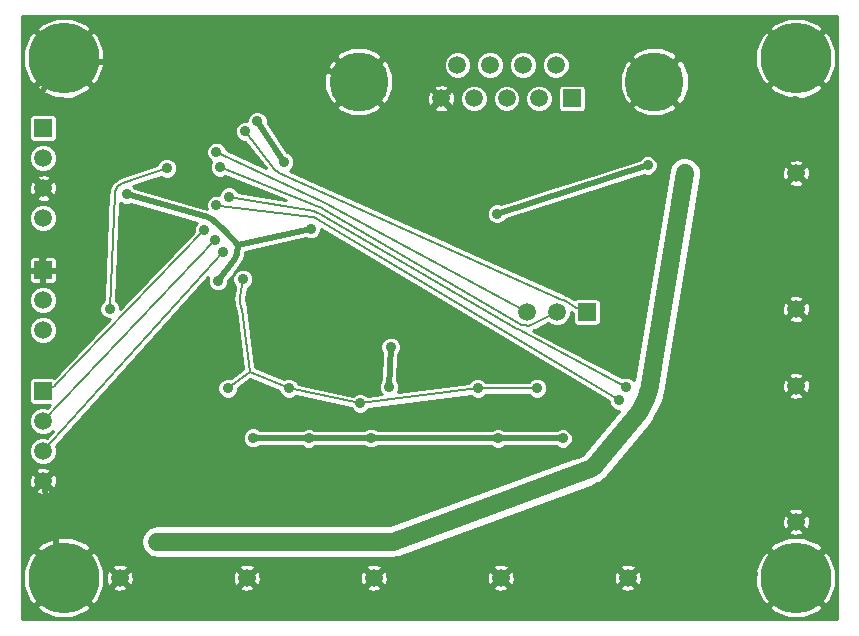
<source format=gbl>
G04 (created by PCBNEW (2013-07-07 BZR 4022)-stable) date 06/12/2014 15:19:56*
%MOIN*%
G04 Gerber Fmt 3.4, Leading zero omitted, Abs format*
%FSLAX34Y34*%
G01*
G70*
G90*
G04 APERTURE LIST*
%ADD10C,0.00590551*%
%ADD11C,0.2362*%
%ADD12R,0.0590551X0.0590551*%
%ADD13C,0.0590551*%
%ADD14C,0.1969*%
%ADD15R,0.0591X0.0591*%
%ADD16C,0.0591*%
%ADD17C,0.0354331*%
%ADD18C,0.0551181*%
%ADD19C,0.019685*%
%ADD20C,0.00787402*%
%ADD21C,0.0590551*%
%ADD22C,0.01*%
G04 APERTURE END LIST*
G54D10*
G54D11*
X43700Y-36614D03*
X68110Y-36614D03*
X68110Y-19291D03*
X43700Y-19291D03*
G54D12*
X43011Y-21629D03*
G54D13*
X43011Y-22629D03*
X43011Y-23629D03*
X43011Y-24629D03*
G54D12*
X43011Y-30389D03*
G54D13*
X43011Y-31389D03*
X43011Y-32389D03*
X43011Y-33389D03*
G54D12*
X61137Y-27755D03*
G54D13*
X60137Y-27755D03*
X59137Y-27755D03*
G54D12*
X43011Y-26362D03*
G54D13*
X43011Y-27362D03*
X43011Y-28362D03*
G54D14*
X53543Y-20078D03*
X63385Y-20078D03*
G54D15*
X60645Y-20637D03*
G54D16*
X59555Y-20637D03*
X58464Y-20637D03*
X57373Y-20637D03*
X56283Y-20637D03*
X60100Y-19519D03*
X59009Y-19519D03*
X57919Y-19519D03*
X56828Y-19519D03*
G54D13*
X45570Y-36614D03*
X49803Y-36614D03*
X54035Y-36614D03*
X58267Y-36614D03*
X62500Y-36614D03*
X68110Y-34744D03*
X68110Y-30216D03*
X68110Y-27657D03*
X68110Y-23129D03*
G54D17*
X48846Y-26725D03*
X51938Y-24987D03*
X45798Y-23831D03*
X63164Y-22869D03*
X58147Y-24478D03*
X51040Y-22749D03*
X50157Y-21401D03*
X58170Y-31971D03*
X60333Y-31971D03*
X53937Y-31954D03*
X50014Y-31950D03*
X51866Y-31971D03*
X54602Y-28931D03*
X54546Y-30262D03*
X53591Y-30804D03*
X51212Y-30299D03*
X49171Y-30301D03*
X57511Y-30299D03*
X59480Y-30299D03*
X49671Y-26654D03*
G54D18*
X64409Y-23125D03*
X46819Y-35410D03*
X54675Y-35410D03*
G54D17*
X49210Y-23917D03*
X62447Y-30252D03*
X62216Y-30706D03*
X48797Y-24194D03*
X48912Y-22935D03*
X48796Y-22426D03*
X49746Y-21738D03*
X60882Y-32315D03*
X60820Y-31172D03*
X53748Y-27949D03*
X55131Y-27588D03*
X51441Y-26380D03*
X49963Y-27323D03*
X49248Y-27717D03*
X47863Y-27948D03*
X56299Y-22244D03*
X56299Y-23622D03*
X54822Y-22244D03*
X53248Y-22244D03*
X54822Y-23622D03*
X53248Y-23622D03*
X51771Y-22244D03*
X58464Y-21948D03*
X62106Y-21850D03*
X64074Y-22047D03*
X65452Y-22047D03*
X64074Y-35334D03*
X62893Y-35334D03*
X62893Y-33956D03*
X63287Y-32283D03*
X44685Y-34448D03*
X44783Y-32677D03*
X45767Y-31496D03*
X47145Y-31397D03*
X47256Y-29846D03*
X47019Y-28571D03*
X44094Y-28641D03*
X43277Y-34642D03*
X52952Y-31397D03*
X55308Y-31354D03*
X56200Y-31200D03*
X57274Y-31194D03*
X59439Y-31194D03*
X60841Y-30409D03*
X61318Y-29035D03*
X62401Y-28543D03*
X62696Y-26968D03*
X61614Y-26574D03*
X59611Y-25443D03*
X60785Y-25684D03*
X62974Y-25054D03*
X63188Y-24015D03*
X61515Y-24015D03*
X55511Y-24704D03*
X57578Y-25393D03*
X57239Y-24179D03*
X56003Y-28149D03*
X57185Y-28248D03*
X52066Y-29429D03*
X53641Y-29822D03*
X51082Y-27854D03*
X48917Y-28346D03*
X52263Y-23129D03*
X47539Y-22145D03*
X48425Y-23425D03*
X46161Y-25393D03*
X44094Y-26377D03*
X44685Y-25196D03*
X43897Y-24015D03*
X45472Y-22342D03*
X45059Y-18090D03*
X46397Y-18090D03*
X47736Y-18090D03*
X49074Y-18090D03*
X50413Y-18090D03*
X51751Y-18090D03*
X46397Y-19429D03*
X47736Y-19429D03*
X49074Y-19429D03*
X50413Y-19429D03*
X51751Y-19429D03*
X45059Y-20767D03*
X46397Y-20767D03*
X47736Y-20767D03*
X49074Y-20767D03*
X50413Y-20767D03*
X51751Y-20767D03*
X53129Y-18090D03*
X54468Y-18090D03*
X55807Y-18090D03*
X57145Y-18090D03*
X58484Y-18090D03*
X59822Y-18090D03*
X61161Y-18090D03*
X62500Y-18090D03*
X63838Y-18090D03*
X65177Y-18090D03*
X66515Y-18090D03*
X69311Y-35452D03*
X65354Y-35334D03*
X66732Y-35452D03*
X69311Y-34114D03*
X68070Y-34114D03*
X66732Y-34114D03*
X69311Y-32775D03*
X68070Y-32775D03*
X66732Y-32775D03*
X69311Y-31437D03*
X68070Y-31437D03*
X66732Y-31437D03*
X69311Y-30098D03*
X66732Y-30098D03*
X69311Y-28759D03*
X68070Y-28759D03*
X66732Y-28759D03*
X69311Y-27421D03*
X66732Y-27421D03*
X69311Y-26082D03*
X68070Y-26082D03*
X66732Y-26082D03*
X69311Y-24744D03*
X68070Y-24744D03*
X66732Y-24744D03*
X69311Y-23405D03*
X66732Y-23405D03*
X69311Y-22066D03*
X68070Y-22066D03*
X66732Y-22066D03*
X69311Y-20728D03*
X68070Y-20728D03*
X66732Y-20728D03*
X48740Y-21771D03*
X45255Y-37814D03*
X46594Y-37814D03*
X47933Y-37814D03*
X49271Y-37814D03*
X50610Y-37814D03*
X51948Y-37814D03*
X53287Y-37814D03*
X54625Y-37814D03*
X55964Y-37814D03*
X57303Y-37814D03*
X58641Y-37814D03*
X59980Y-37814D03*
X61318Y-37814D03*
X62657Y-37814D03*
X63996Y-37814D03*
X65334Y-37814D03*
X66673Y-37814D03*
X46594Y-36476D03*
X47933Y-36476D03*
X50610Y-36476D03*
X51948Y-36476D03*
X53287Y-36476D03*
X55964Y-36476D03*
X57303Y-36476D03*
X59980Y-36476D03*
X61318Y-36476D03*
X63996Y-36476D03*
X65334Y-36476D03*
X66673Y-36476D03*
X48622Y-31200D03*
X50885Y-31200D03*
X49023Y-25747D03*
X48749Y-25362D03*
X48385Y-25036D03*
X45241Y-27645D03*
X47151Y-22965D03*
G54D19*
X48508Y-24600D02*
X45798Y-23831D01*
X48558Y-24614D02*
X48508Y-24600D01*
X48648Y-24664D02*
X48558Y-24614D01*
X48687Y-24698D02*
X48648Y-24664D01*
X49051Y-25025D02*
X48687Y-24698D01*
X49059Y-25032D02*
X49051Y-25025D01*
X49073Y-25046D02*
X49059Y-25032D01*
X49079Y-25053D02*
X49073Y-25046D01*
X49524Y-25526D02*
X49079Y-25053D01*
X49469Y-25829D02*
X49524Y-25526D01*
X49459Y-25881D02*
X49469Y-25829D01*
X49416Y-25979D02*
X49459Y-25881D01*
X49383Y-26022D02*
X49416Y-25979D01*
X48846Y-26725D02*
X49383Y-26022D01*
X49524Y-25526D02*
X51938Y-24987D01*
X63164Y-22869D02*
X58147Y-24478D01*
X51040Y-22749D02*
X50157Y-21401D01*
X58170Y-31971D02*
X53937Y-31954D01*
X58170Y-31971D02*
X60333Y-31971D01*
X51866Y-31971D02*
X53937Y-31954D01*
X54602Y-28931D02*
X54546Y-30262D01*
X50014Y-31950D02*
X51866Y-31971D01*
G54D20*
X53591Y-30804D02*
X57511Y-30299D01*
X57511Y-30299D02*
X59480Y-30299D01*
X51212Y-30299D02*
X49900Y-29750D01*
X53591Y-30804D02*
X51212Y-30299D01*
X49574Y-27260D02*
X49671Y-26654D01*
X49571Y-27377D02*
X49580Y-27415D01*
X49568Y-27299D02*
X49571Y-27377D01*
X49574Y-27260D02*
X49568Y-27299D01*
X49630Y-27625D02*
X49580Y-27415D01*
X49633Y-27635D02*
X49630Y-27625D01*
X49637Y-27657D02*
X49633Y-27635D01*
X49638Y-27668D02*
X49637Y-27657D01*
X49900Y-29750D02*
X49638Y-27668D01*
X49900Y-29750D02*
X49171Y-30301D01*
G54D21*
X63204Y-30378D02*
X64409Y-23125D01*
X63195Y-30436D02*
X63204Y-30378D01*
X63158Y-30548D02*
X63195Y-30436D01*
X63131Y-30600D02*
X63158Y-30548D01*
X62900Y-31055D02*
X63131Y-30600D01*
X62881Y-31092D02*
X62900Y-31055D01*
X62834Y-31163D02*
X62881Y-31092D01*
X62807Y-31196D02*
X62834Y-31163D01*
X61473Y-32805D02*
X62807Y-31196D01*
X61409Y-32883D02*
X61473Y-32805D01*
X61242Y-33001D02*
X61409Y-32883D01*
X61146Y-33036D02*
X61242Y-33001D01*
X54675Y-35410D02*
X61146Y-33036D01*
X46819Y-35410D02*
X54675Y-35410D01*
G54D20*
X58832Y-28329D02*
X62447Y-30252D01*
X58810Y-28316D02*
X58832Y-28329D01*
X52235Y-24477D02*
X58810Y-28316D01*
X52090Y-24414D02*
X52038Y-24405D01*
X52190Y-24450D02*
X52090Y-24414D01*
X52235Y-24477D02*
X52190Y-24450D01*
X49210Y-23917D02*
X52038Y-24405D01*
X49161Y-24248D02*
X48797Y-24194D01*
X49161Y-24248D02*
X49169Y-24249D01*
X51986Y-24596D02*
X49169Y-24249D01*
X52027Y-24601D02*
X51986Y-24596D01*
X52105Y-24628D02*
X52027Y-24601D01*
X52140Y-24650D02*
X52105Y-24628D01*
X62216Y-30706D02*
X52140Y-24650D01*
X59342Y-28159D02*
X60137Y-27755D01*
X59292Y-28185D02*
X59342Y-28159D01*
X59181Y-28210D02*
X59292Y-28185D01*
X59068Y-28206D02*
X59181Y-28210D01*
X58958Y-28175D02*
X59068Y-28206D01*
X58909Y-28146D02*
X58958Y-28175D01*
X52335Y-24307D02*
X58909Y-28146D01*
X52257Y-24266D02*
X52229Y-24255D01*
X52310Y-24292D02*
X52257Y-24266D01*
X52335Y-24307D02*
X52310Y-24292D01*
X48912Y-22935D02*
X52229Y-24255D01*
X52356Y-24096D02*
X48796Y-22426D01*
X52405Y-24121D02*
X52356Y-24096D01*
X59137Y-27755D02*
X52405Y-24121D01*
X50730Y-22992D02*
X49746Y-21738D01*
X50835Y-23089D02*
X50879Y-23108D01*
X50760Y-23030D02*
X50835Y-23089D01*
X50730Y-22992D02*
X50760Y-23030D01*
X60323Y-27342D02*
X50879Y-23108D01*
X60334Y-27347D02*
X60323Y-27342D01*
X60355Y-27358D02*
X60334Y-27347D01*
X60366Y-27364D02*
X60355Y-27358D01*
X60763Y-27596D02*
X60366Y-27364D01*
X60821Y-27618D02*
X60842Y-27618D01*
X60781Y-27607D02*
X60821Y-27618D01*
X60763Y-27596D02*
X60781Y-27607D01*
X60881Y-27618D02*
X60842Y-27618D01*
X61137Y-27755D02*
X60881Y-27618D01*
G54D19*
X58464Y-21948D02*
X56299Y-22244D01*
X48425Y-23425D02*
X47539Y-22145D01*
X51751Y-19429D02*
X53543Y-20078D01*
X50413Y-19429D02*
X51751Y-19429D01*
X49074Y-19429D02*
X50413Y-19429D01*
X47736Y-19429D02*
X49074Y-19429D01*
X46397Y-19429D02*
X47736Y-19429D01*
X53748Y-27949D02*
X55131Y-27588D01*
X42484Y-21185D02*
X43700Y-19291D01*
X42440Y-21294D02*
X42440Y-21334D01*
X42463Y-21219D02*
X42440Y-21294D01*
X42484Y-21185D02*
X42463Y-21219D01*
X42440Y-22629D02*
X42440Y-21334D01*
X42493Y-22884D02*
X42543Y-22955D01*
X42440Y-22717D02*
X42493Y-22884D01*
X42440Y-22629D02*
X42440Y-22717D01*
X43011Y-23629D02*
X42543Y-22955D01*
X43277Y-34642D02*
X43011Y-33389D01*
X60882Y-32315D02*
X60820Y-31172D01*
X43700Y-36614D02*
X43277Y-34642D01*
X42992Y-26165D02*
X43011Y-26362D01*
X42992Y-26066D02*
X42992Y-26165D01*
X42980Y-25982D02*
X42969Y-25956D01*
X42992Y-26038D02*
X42980Y-25982D01*
X42992Y-26066D02*
X42992Y-26038D01*
X42488Y-24858D02*
X42969Y-25956D01*
X42459Y-24791D02*
X42488Y-24858D01*
X42436Y-24646D02*
X42459Y-24791D01*
X42450Y-24501D02*
X42436Y-24646D01*
X42501Y-24364D02*
X42450Y-24501D01*
X42543Y-24303D02*
X42501Y-24364D01*
X43011Y-23629D02*
X42543Y-24303D01*
X45059Y-19429D02*
X46397Y-19429D01*
X43700Y-19291D02*
X45059Y-19429D01*
X49248Y-27717D02*
X47863Y-27948D01*
X51441Y-26380D02*
X49963Y-27323D01*
G54D20*
X49023Y-25747D02*
X43011Y-32389D01*
X48749Y-25362D02*
X43011Y-31389D01*
X43267Y-30252D02*
X43011Y-30389D01*
X43307Y-30252D02*
X43267Y-30252D01*
X43398Y-30226D02*
X43420Y-30203D01*
X43339Y-30252D02*
X43398Y-30226D01*
X43307Y-30252D02*
X43339Y-30252D01*
X48385Y-25036D02*
X43420Y-30203D01*
X45673Y-23457D02*
X47151Y-22965D01*
X45407Y-23754D02*
X45404Y-23814D01*
X45447Y-23642D02*
X45407Y-23754D01*
X45519Y-23546D02*
X45447Y-23642D01*
X45617Y-23476D02*
X45519Y-23546D01*
X45673Y-23457D02*
X45617Y-23476D01*
X45241Y-27645D02*
X45404Y-23814D01*
G54D10*
G36*
X48157Y-24775D02*
X48092Y-24840D01*
X48039Y-24967D01*
X48039Y-25104D01*
X45586Y-27653D01*
X45586Y-27577D01*
X45534Y-27450D01*
X45460Y-27376D01*
X45597Y-24118D01*
X45602Y-24123D01*
X45729Y-24176D01*
X45866Y-24176D01*
X45936Y-24147D01*
X48157Y-24775D01*
X48157Y-24775D01*
G37*
G54D22*
X48157Y-24775D02*
X48092Y-24840D01*
X48039Y-24967D01*
X48039Y-25104D01*
X45586Y-27653D01*
X45586Y-27577D01*
X45534Y-27450D01*
X45460Y-27376D01*
X45597Y-24118D01*
X45602Y-24123D01*
X45729Y-24176D01*
X45866Y-24176D01*
X45936Y-24147D01*
X48157Y-24775D01*
G54D10*
G36*
X69497Y-38001D02*
X69460Y-38001D01*
X69460Y-36349D01*
X69460Y-19026D01*
X69256Y-18530D01*
X69251Y-18523D01*
X69087Y-18384D01*
X69017Y-18455D01*
X69017Y-18313D01*
X68877Y-18149D01*
X68382Y-17943D01*
X67845Y-17941D01*
X67349Y-18145D01*
X67342Y-18149D01*
X67203Y-18313D01*
X68110Y-19220D01*
X69017Y-18313D01*
X69017Y-18455D01*
X68180Y-19291D01*
X69087Y-20198D01*
X69251Y-20058D01*
X69458Y-19563D01*
X69460Y-19026D01*
X69460Y-36349D01*
X69256Y-35853D01*
X69251Y-35846D01*
X69087Y-35707D01*
X69017Y-35777D01*
X69017Y-35636D01*
X69017Y-20268D01*
X68110Y-19362D01*
X68039Y-19432D01*
X68039Y-19291D01*
X67132Y-18384D01*
X66968Y-18523D01*
X66761Y-19019D01*
X66760Y-19555D01*
X66964Y-20052D01*
X66968Y-20058D01*
X67132Y-20198D01*
X68039Y-19291D01*
X68039Y-19432D01*
X67203Y-20268D01*
X67342Y-20432D01*
X67837Y-20639D01*
X68374Y-20641D01*
X68871Y-20437D01*
X68877Y-20432D01*
X69017Y-20268D01*
X69017Y-35636D01*
X68877Y-35472D01*
X68578Y-35347D01*
X68578Y-34805D01*
X68578Y-30277D01*
X68578Y-27718D01*
X68578Y-23190D01*
X68566Y-23007D01*
X68519Y-22894D01*
X68447Y-22862D01*
X68377Y-22933D01*
X68377Y-22792D01*
X68345Y-22720D01*
X68171Y-22661D01*
X67987Y-22673D01*
X67874Y-22720D01*
X67843Y-22792D01*
X68110Y-23059D01*
X68377Y-22792D01*
X68377Y-22933D01*
X68180Y-23129D01*
X68447Y-23396D01*
X68519Y-23365D01*
X68578Y-23190D01*
X68578Y-27718D01*
X68566Y-27534D01*
X68519Y-27421D01*
X68447Y-27390D01*
X68377Y-27461D01*
X68377Y-27319D01*
X68377Y-23467D01*
X68110Y-23200D01*
X68039Y-23271D01*
X68039Y-23129D01*
X67772Y-22862D01*
X67700Y-22894D01*
X67641Y-23068D01*
X67654Y-23252D01*
X67700Y-23365D01*
X67772Y-23396D01*
X68039Y-23129D01*
X68039Y-23271D01*
X67843Y-23467D01*
X67874Y-23539D01*
X68049Y-23598D01*
X68233Y-23586D01*
X68345Y-23539D01*
X68377Y-23467D01*
X68377Y-27319D01*
X68345Y-27248D01*
X68171Y-27188D01*
X67987Y-27201D01*
X67874Y-27248D01*
X67843Y-27319D01*
X68110Y-27586D01*
X68377Y-27319D01*
X68377Y-27461D01*
X68180Y-27657D01*
X68447Y-27924D01*
X68519Y-27893D01*
X68578Y-27718D01*
X68578Y-30277D01*
X68566Y-30093D01*
X68519Y-29980D01*
X68447Y-29949D01*
X68377Y-30020D01*
X68377Y-29878D01*
X68377Y-27995D01*
X68110Y-27728D01*
X68039Y-27798D01*
X68039Y-27657D01*
X67772Y-27390D01*
X67700Y-27421D01*
X67641Y-27596D01*
X67654Y-27780D01*
X67700Y-27893D01*
X67772Y-27924D01*
X68039Y-27657D01*
X68039Y-27798D01*
X67843Y-27995D01*
X67874Y-28066D01*
X68049Y-28125D01*
X68233Y-28113D01*
X68345Y-28066D01*
X68377Y-27995D01*
X68377Y-29878D01*
X68345Y-29807D01*
X68171Y-29748D01*
X67987Y-29760D01*
X67874Y-29807D01*
X67843Y-29878D01*
X68110Y-30145D01*
X68377Y-29878D01*
X68377Y-30020D01*
X68180Y-30216D01*
X68447Y-30483D01*
X68519Y-30452D01*
X68578Y-30277D01*
X68578Y-34805D01*
X68566Y-34621D01*
X68519Y-34508D01*
X68447Y-34477D01*
X68377Y-34547D01*
X68377Y-34406D01*
X68377Y-30554D01*
X68110Y-30287D01*
X68039Y-30357D01*
X68039Y-30216D01*
X67772Y-29949D01*
X67700Y-29980D01*
X67641Y-30155D01*
X67654Y-30339D01*
X67700Y-30452D01*
X67772Y-30483D01*
X68039Y-30216D01*
X68039Y-30357D01*
X67843Y-30554D01*
X67874Y-30626D01*
X68049Y-30685D01*
X68233Y-30672D01*
X68345Y-30626D01*
X68377Y-30554D01*
X68377Y-34406D01*
X68345Y-34334D01*
X68171Y-34275D01*
X67987Y-34287D01*
X67874Y-34334D01*
X67843Y-34406D01*
X68110Y-34673D01*
X68377Y-34406D01*
X68377Y-34547D01*
X68180Y-34744D01*
X68447Y-35011D01*
X68519Y-34979D01*
X68578Y-34805D01*
X68578Y-35347D01*
X68382Y-35265D01*
X68377Y-35265D01*
X68377Y-35081D01*
X68110Y-34814D01*
X68039Y-34885D01*
X68039Y-34744D01*
X67772Y-34477D01*
X67700Y-34508D01*
X67641Y-34683D01*
X67654Y-34866D01*
X67700Y-34979D01*
X67772Y-35011D01*
X68039Y-34744D01*
X68039Y-34885D01*
X67843Y-35081D01*
X67874Y-35153D01*
X68049Y-35212D01*
X68233Y-35200D01*
X68345Y-35153D01*
X68377Y-35081D01*
X68377Y-35265D01*
X67845Y-35264D01*
X67349Y-35468D01*
X67342Y-35472D01*
X67203Y-35636D01*
X68110Y-36543D01*
X69017Y-35636D01*
X69017Y-35777D01*
X68180Y-36614D01*
X69087Y-37521D01*
X69251Y-37381D01*
X69458Y-36886D01*
X69460Y-36349D01*
X69460Y-38001D01*
X69017Y-38001D01*
X69017Y-37591D01*
X68110Y-36684D01*
X68039Y-36755D01*
X68039Y-36614D01*
X67132Y-35707D01*
X66968Y-35846D01*
X66761Y-36341D01*
X66760Y-36878D01*
X66964Y-37375D01*
X66968Y-37381D01*
X67132Y-37521D01*
X68039Y-36614D01*
X68039Y-36755D01*
X67203Y-37591D01*
X67342Y-37755D01*
X67837Y-37962D01*
X68374Y-37964D01*
X68871Y-37760D01*
X68877Y-37755D01*
X69017Y-37591D01*
X69017Y-38001D01*
X64940Y-38001D01*
X64940Y-23213D01*
X64933Y-23002D01*
X64846Y-22809D01*
X64692Y-22664D01*
X64538Y-22607D01*
X64538Y-20304D01*
X64537Y-19845D01*
X64364Y-19429D01*
X64221Y-19313D01*
X64150Y-19384D01*
X64150Y-19242D01*
X64035Y-19099D01*
X63611Y-18925D01*
X63152Y-18926D01*
X62735Y-19099D01*
X62620Y-19242D01*
X63385Y-20008D01*
X64150Y-19242D01*
X64150Y-19384D01*
X63456Y-20078D01*
X64221Y-20843D01*
X64364Y-20728D01*
X64538Y-20304D01*
X64538Y-22607D01*
X64494Y-22590D01*
X64282Y-22597D01*
X64150Y-22656D01*
X64150Y-20914D01*
X63385Y-20149D01*
X63314Y-20220D01*
X63314Y-20078D01*
X62549Y-19313D01*
X62406Y-19429D01*
X62232Y-19853D01*
X62233Y-20311D01*
X62406Y-20728D01*
X62549Y-20843D01*
X63314Y-20078D01*
X63314Y-20220D01*
X62620Y-20914D01*
X62735Y-21058D01*
X63160Y-21232D01*
X63618Y-21230D01*
X64035Y-21058D01*
X64150Y-20914D01*
X64150Y-22656D01*
X64090Y-22684D01*
X63945Y-22838D01*
X63870Y-23036D01*
X63509Y-25217D01*
X63509Y-22801D01*
X63457Y-22674D01*
X63360Y-22577D01*
X63233Y-22524D01*
X63096Y-22524D01*
X62969Y-22577D01*
X62871Y-22674D01*
X62867Y-22683D01*
X61109Y-23248D01*
X61109Y-20899D01*
X61109Y-20308D01*
X61083Y-20247D01*
X61036Y-20199D01*
X60974Y-20174D01*
X60907Y-20174D01*
X60564Y-20174D01*
X60564Y-19427D01*
X60493Y-19257D01*
X60363Y-19126D01*
X60193Y-19056D01*
X60008Y-19056D01*
X59838Y-19126D01*
X59707Y-19256D01*
X59637Y-19427D01*
X59636Y-19611D01*
X59707Y-19782D01*
X59837Y-19912D01*
X60007Y-19983D01*
X60192Y-19983D01*
X60362Y-19912D01*
X60493Y-19782D01*
X60564Y-19612D01*
X60564Y-19427D01*
X60564Y-20174D01*
X60316Y-20174D01*
X60254Y-20199D01*
X60207Y-20246D01*
X60181Y-20308D01*
X60181Y-20375D01*
X60181Y-20966D01*
X60207Y-21028D01*
X60254Y-21075D01*
X60316Y-21101D01*
X60383Y-21101D01*
X60974Y-21101D01*
X61036Y-21075D01*
X61083Y-21028D01*
X61109Y-20966D01*
X61109Y-20899D01*
X61109Y-23248D01*
X60019Y-23598D01*
X60019Y-20545D01*
X59948Y-20375D01*
X59818Y-20244D01*
X59648Y-20174D01*
X59473Y-20174D01*
X59473Y-19427D01*
X59402Y-19257D01*
X59272Y-19126D01*
X59102Y-19056D01*
X58917Y-19056D01*
X58747Y-19126D01*
X58616Y-19256D01*
X58546Y-19427D01*
X58545Y-19611D01*
X58616Y-19782D01*
X58746Y-19912D01*
X58916Y-19983D01*
X59101Y-19983D01*
X59271Y-19912D01*
X59402Y-19782D01*
X59473Y-19612D01*
X59473Y-19427D01*
X59473Y-20174D01*
X59463Y-20174D01*
X59293Y-20244D01*
X59162Y-20374D01*
X59092Y-20545D01*
X59091Y-20729D01*
X59162Y-20900D01*
X59292Y-21030D01*
X59462Y-21101D01*
X59647Y-21101D01*
X59817Y-21030D01*
X59948Y-20900D01*
X60019Y-20730D01*
X60019Y-20545D01*
X60019Y-23598D01*
X58928Y-23948D01*
X58928Y-20545D01*
X58857Y-20375D01*
X58727Y-20244D01*
X58557Y-20174D01*
X58383Y-20174D01*
X58383Y-19427D01*
X58312Y-19257D01*
X58182Y-19126D01*
X58012Y-19056D01*
X57827Y-19056D01*
X57657Y-19126D01*
X57526Y-19256D01*
X57456Y-19427D01*
X57455Y-19611D01*
X57526Y-19782D01*
X57656Y-19912D01*
X57826Y-19983D01*
X58011Y-19983D01*
X58181Y-19912D01*
X58312Y-19782D01*
X58383Y-19612D01*
X58383Y-19427D01*
X58383Y-20174D01*
X58372Y-20174D01*
X58202Y-20244D01*
X58071Y-20374D01*
X58001Y-20545D01*
X58000Y-20729D01*
X58071Y-20900D01*
X58201Y-21030D01*
X58371Y-21101D01*
X58556Y-21101D01*
X58726Y-21030D01*
X58857Y-20900D01*
X58928Y-20730D01*
X58928Y-20545D01*
X58928Y-23948D01*
X58275Y-24158D01*
X58216Y-24133D01*
X58079Y-24133D01*
X57952Y-24186D01*
X57855Y-24283D01*
X57837Y-24326D01*
X57837Y-20545D01*
X57766Y-20375D01*
X57636Y-20244D01*
X57466Y-20174D01*
X57292Y-20174D01*
X57292Y-19427D01*
X57221Y-19257D01*
X57091Y-19126D01*
X56921Y-19056D01*
X56736Y-19056D01*
X56566Y-19126D01*
X56435Y-19256D01*
X56365Y-19427D01*
X56364Y-19611D01*
X56435Y-19782D01*
X56565Y-19912D01*
X56735Y-19983D01*
X56920Y-19983D01*
X57090Y-19912D01*
X57221Y-19782D01*
X57292Y-19612D01*
X57292Y-19427D01*
X57292Y-20174D01*
X57281Y-20174D01*
X57111Y-20244D01*
X56980Y-20374D01*
X56910Y-20545D01*
X56909Y-20729D01*
X56980Y-20900D01*
X57110Y-21030D01*
X57280Y-21101D01*
X57465Y-21101D01*
X57635Y-21030D01*
X57766Y-20900D01*
X57837Y-20730D01*
X57837Y-20545D01*
X57837Y-24326D01*
X57802Y-24409D01*
X57802Y-24547D01*
X57854Y-24674D01*
X57951Y-24771D01*
X58078Y-24824D01*
X58216Y-24824D01*
X58343Y-24771D01*
X58440Y-24674D01*
X58445Y-24663D01*
X63034Y-23189D01*
X63095Y-23215D01*
X63232Y-23215D01*
X63359Y-23162D01*
X63456Y-23065D01*
X63509Y-22938D01*
X63509Y-22801D01*
X63509Y-25217D01*
X62713Y-30029D01*
X62643Y-29959D01*
X62516Y-29907D01*
X62379Y-29907D01*
X62301Y-29939D01*
X59363Y-28376D01*
X59386Y-28370D01*
X59436Y-28344D01*
X59436Y-28344D01*
X59857Y-28131D01*
X59874Y-28148D01*
X60045Y-28219D01*
X60229Y-28219D01*
X60399Y-28148D01*
X60530Y-28018D01*
X60601Y-27848D01*
X60601Y-27742D01*
X60658Y-27775D01*
X60659Y-27776D01*
X60674Y-27785D01*
X60674Y-28084D01*
X60699Y-28146D01*
X60747Y-28193D01*
X60808Y-28219D01*
X60875Y-28219D01*
X61466Y-28219D01*
X61528Y-28193D01*
X61575Y-28146D01*
X61601Y-28084D01*
X61601Y-28017D01*
X61601Y-27427D01*
X61575Y-27365D01*
X61528Y-27318D01*
X61466Y-27292D01*
X61399Y-27292D01*
X60809Y-27292D01*
X60747Y-27318D01*
X60728Y-27336D01*
X60470Y-27185D01*
X60470Y-27185D01*
X60460Y-27179D01*
X60459Y-27179D01*
X60411Y-27145D01*
X56752Y-25508D01*
X56752Y-20698D01*
X56739Y-20514D01*
X56693Y-20401D01*
X56621Y-20370D01*
X56550Y-20441D01*
X56550Y-20299D01*
X56519Y-20228D01*
X56344Y-20169D01*
X56160Y-20181D01*
X56047Y-20228D01*
X56016Y-20299D01*
X56283Y-20567D01*
X56550Y-20299D01*
X56550Y-20441D01*
X56354Y-20637D01*
X56621Y-20904D01*
X56693Y-20873D01*
X56752Y-20698D01*
X56752Y-25508D01*
X56550Y-25418D01*
X56550Y-20975D01*
X56283Y-20708D01*
X56212Y-20779D01*
X56212Y-20637D01*
X55945Y-20370D01*
X55873Y-20401D01*
X55814Y-20576D01*
X55827Y-20760D01*
X55873Y-20873D01*
X55945Y-20904D01*
X56212Y-20637D01*
X56212Y-20779D01*
X56016Y-20975D01*
X56047Y-21047D01*
X56222Y-21106D01*
X56406Y-21094D01*
X56519Y-21047D01*
X56550Y-20975D01*
X56550Y-25418D01*
X54696Y-24589D01*
X54696Y-20304D01*
X54695Y-19845D01*
X54522Y-19429D01*
X54379Y-19313D01*
X54308Y-19384D01*
X54308Y-19242D01*
X54193Y-19099D01*
X53769Y-18925D01*
X53310Y-18926D01*
X52893Y-19099D01*
X52778Y-19242D01*
X53543Y-20008D01*
X54308Y-19242D01*
X54308Y-19384D01*
X53614Y-20078D01*
X54379Y-20843D01*
X54522Y-20728D01*
X54696Y-20304D01*
X54696Y-24589D01*
X54308Y-24415D01*
X54308Y-20914D01*
X53543Y-20149D01*
X53472Y-20220D01*
X53472Y-20078D01*
X52707Y-19313D01*
X52564Y-19429D01*
X52390Y-19853D01*
X52391Y-20311D01*
X52564Y-20728D01*
X52707Y-20843D01*
X53472Y-20078D01*
X53472Y-20220D01*
X52778Y-20914D01*
X52893Y-21058D01*
X53318Y-21232D01*
X53776Y-21230D01*
X54193Y-21058D01*
X54308Y-20914D01*
X54308Y-24415D01*
X51237Y-23041D01*
X51333Y-22945D01*
X51385Y-22818D01*
X51386Y-22681D01*
X51333Y-22554D01*
X51236Y-22457D01*
X51141Y-22417D01*
X50503Y-21442D01*
X50503Y-21333D01*
X50450Y-21206D01*
X50353Y-21108D01*
X50226Y-21056D01*
X50089Y-21056D01*
X49962Y-21108D01*
X49865Y-21205D01*
X49812Y-21332D01*
X49812Y-21393D01*
X49678Y-21393D01*
X49551Y-21445D01*
X49454Y-21542D01*
X49401Y-21669D01*
X49401Y-21806D01*
X49453Y-21933D01*
X49550Y-22031D01*
X49677Y-22083D01*
X49753Y-22083D01*
X50450Y-22971D01*
X49141Y-22358D01*
X49141Y-22357D01*
X49088Y-22230D01*
X48991Y-22133D01*
X48865Y-22080D01*
X48727Y-22080D01*
X48600Y-22133D01*
X48503Y-22230D01*
X48450Y-22357D01*
X48450Y-22494D01*
X48503Y-22621D01*
X48600Y-22718D01*
X48628Y-22730D01*
X48620Y-22739D01*
X48567Y-22866D01*
X48567Y-23003D01*
X48619Y-23130D01*
X48716Y-23227D01*
X48843Y-23280D01*
X48981Y-23280D01*
X49097Y-23232D01*
X51120Y-24036D01*
X49518Y-23760D01*
X49503Y-23722D01*
X49405Y-23625D01*
X49279Y-23572D01*
X49141Y-23572D01*
X49014Y-23624D01*
X48917Y-23721D01*
X48864Y-23848D01*
X48864Y-23849D01*
X48728Y-23849D01*
X48601Y-23901D01*
X48504Y-23998D01*
X48452Y-24125D01*
X48451Y-24263D01*
X48471Y-24310D01*
X46091Y-23637D01*
X46091Y-23636D01*
X46017Y-23562D01*
X46949Y-23252D01*
X46955Y-23258D01*
X47082Y-23310D01*
X47219Y-23311D01*
X47346Y-23258D01*
X47443Y-23161D01*
X47496Y-23034D01*
X47496Y-22897D01*
X47443Y-22770D01*
X47346Y-22673D01*
X47220Y-22620D01*
X47082Y-22620D01*
X46955Y-22672D01*
X46858Y-22769D01*
X46822Y-22857D01*
X45608Y-23260D01*
X45608Y-23260D01*
X45551Y-23279D01*
X45525Y-23294D01*
X45496Y-23308D01*
X45398Y-23378D01*
X45377Y-23400D01*
X45354Y-23421D01*
X45282Y-23517D01*
X45268Y-23544D01*
X45252Y-23572D01*
X45212Y-23684D01*
X45207Y-23716D01*
X45200Y-23745D01*
X45198Y-23792D01*
X45194Y-23805D01*
X45050Y-27244D01*
X45050Y-19026D01*
X44846Y-18530D01*
X44842Y-18523D01*
X44678Y-18384D01*
X44607Y-18455D01*
X44607Y-18313D01*
X44468Y-18149D01*
X43973Y-17943D01*
X43436Y-17941D01*
X42939Y-18145D01*
X42933Y-18149D01*
X42793Y-18313D01*
X43700Y-19220D01*
X44607Y-18313D01*
X44607Y-18455D01*
X43771Y-19291D01*
X44678Y-20198D01*
X44842Y-20058D01*
X45049Y-19563D01*
X45050Y-19026D01*
X45050Y-27244D01*
X45046Y-27352D01*
X44948Y-27449D01*
X44896Y-27576D01*
X44896Y-27713D01*
X44948Y-27840D01*
X45045Y-27937D01*
X45172Y-27990D01*
X45262Y-27990D01*
X44607Y-28670D01*
X44607Y-20268D01*
X43700Y-19362D01*
X43630Y-19432D01*
X43630Y-19291D01*
X42723Y-18384D01*
X42559Y-18523D01*
X42352Y-19019D01*
X42350Y-19555D01*
X42554Y-20052D01*
X42559Y-20058D01*
X42723Y-20198D01*
X43630Y-19291D01*
X43630Y-19432D01*
X42793Y-20268D01*
X42933Y-20432D01*
X43428Y-20639D01*
X43965Y-20641D01*
X44461Y-20437D01*
X44468Y-20432D01*
X44607Y-20268D01*
X44607Y-28670D01*
X43480Y-29842D01*
X43480Y-23690D01*
X43475Y-23615D01*
X43475Y-22538D01*
X43475Y-22538D01*
X43475Y-21891D01*
X43475Y-21301D01*
X43449Y-21239D01*
X43402Y-21192D01*
X43340Y-21166D01*
X43273Y-21166D01*
X42683Y-21166D01*
X42621Y-21192D01*
X42574Y-21239D01*
X42548Y-21301D01*
X42548Y-21367D01*
X42548Y-21958D01*
X42573Y-22020D01*
X42621Y-22067D01*
X42682Y-22093D01*
X42749Y-22093D01*
X43340Y-22093D01*
X43402Y-22067D01*
X43449Y-22020D01*
X43475Y-21958D01*
X43475Y-21891D01*
X43475Y-22538D01*
X43404Y-22367D01*
X43274Y-22237D01*
X43104Y-22166D01*
X42920Y-22166D01*
X42749Y-22236D01*
X42619Y-22367D01*
X42548Y-22537D01*
X42548Y-22721D01*
X42618Y-22892D01*
X42748Y-23022D01*
X42919Y-23093D01*
X43103Y-23093D01*
X43273Y-23022D01*
X43404Y-22892D01*
X43475Y-22722D01*
X43475Y-22538D01*
X43475Y-23615D01*
X43468Y-23507D01*
X43421Y-23394D01*
X43349Y-23362D01*
X43278Y-23433D01*
X43278Y-23292D01*
X43247Y-23220D01*
X43072Y-23161D01*
X42888Y-23173D01*
X42776Y-23220D01*
X42744Y-23292D01*
X43011Y-23559D01*
X43278Y-23292D01*
X43278Y-23433D01*
X43082Y-23629D01*
X43349Y-23896D01*
X43421Y-23865D01*
X43480Y-23690D01*
X43480Y-29842D01*
X43475Y-29847D01*
X43475Y-28270D01*
X43475Y-27270D01*
X43475Y-24538D01*
X43404Y-24367D01*
X43278Y-24241D01*
X43278Y-23967D01*
X43011Y-23700D01*
X42941Y-23771D01*
X42941Y-23629D01*
X42674Y-23362D01*
X42602Y-23394D01*
X42543Y-23568D01*
X42555Y-23752D01*
X42602Y-23865D01*
X42674Y-23896D01*
X42941Y-23629D01*
X42941Y-23771D01*
X42744Y-23967D01*
X42776Y-24039D01*
X42950Y-24098D01*
X43134Y-24086D01*
X43247Y-24039D01*
X43278Y-23967D01*
X43278Y-24241D01*
X43274Y-24237D01*
X43104Y-24166D01*
X42920Y-24166D01*
X42749Y-24236D01*
X42619Y-24367D01*
X42548Y-24537D01*
X42548Y-24721D01*
X42618Y-24892D01*
X42748Y-25022D01*
X42919Y-25093D01*
X43103Y-25093D01*
X43273Y-25022D01*
X43404Y-24892D01*
X43475Y-24722D01*
X43475Y-24538D01*
X43475Y-27270D01*
X43475Y-27270D01*
X43475Y-26690D01*
X43475Y-26033D01*
X43449Y-25971D01*
X43402Y-25924D01*
X43340Y-25898D01*
X43273Y-25898D01*
X43103Y-25898D01*
X43061Y-25940D01*
X43061Y-26312D01*
X43433Y-26312D01*
X43475Y-26270D01*
X43475Y-26033D01*
X43475Y-26690D01*
X43475Y-26454D01*
X43433Y-26412D01*
X43061Y-26412D01*
X43061Y-26783D01*
X43103Y-26825D01*
X43273Y-26825D01*
X43340Y-26825D01*
X43402Y-26799D01*
X43449Y-26752D01*
X43475Y-26690D01*
X43475Y-27270D01*
X43404Y-27100D01*
X43274Y-26969D01*
X43104Y-26898D01*
X42961Y-26898D01*
X42961Y-26783D01*
X42961Y-26412D01*
X42961Y-26312D01*
X42961Y-25940D01*
X42919Y-25898D01*
X42749Y-25898D01*
X42682Y-25898D01*
X42621Y-25924D01*
X42573Y-25971D01*
X42548Y-26033D01*
X42548Y-26270D01*
X42590Y-26312D01*
X42961Y-26312D01*
X42961Y-26412D01*
X42590Y-26412D01*
X42548Y-26454D01*
X42548Y-26690D01*
X42573Y-26752D01*
X42621Y-26799D01*
X42682Y-26825D01*
X42749Y-26825D01*
X42919Y-26825D01*
X42961Y-26783D01*
X42961Y-26898D01*
X42920Y-26898D01*
X42749Y-26969D01*
X42619Y-27099D01*
X42548Y-27269D01*
X42548Y-27453D01*
X42618Y-27624D01*
X42748Y-27754D01*
X42919Y-27825D01*
X43103Y-27825D01*
X43273Y-27755D01*
X43404Y-27625D01*
X43475Y-27454D01*
X43475Y-27270D01*
X43475Y-28270D01*
X43404Y-28100D01*
X43274Y-27969D01*
X43104Y-27898D01*
X42920Y-27898D01*
X42749Y-27969D01*
X42619Y-28099D01*
X42548Y-28269D01*
X42548Y-28453D01*
X42618Y-28624D01*
X42748Y-28754D01*
X42919Y-28825D01*
X43103Y-28825D01*
X43273Y-28755D01*
X43404Y-28625D01*
X43475Y-28454D01*
X43475Y-28270D01*
X43475Y-29847D01*
X43382Y-29943D01*
X43340Y-29926D01*
X43273Y-29926D01*
X42683Y-29926D01*
X42621Y-29951D01*
X42574Y-29999D01*
X42548Y-30060D01*
X42548Y-30127D01*
X42548Y-30718D01*
X42573Y-30780D01*
X42621Y-30827D01*
X42682Y-30853D01*
X42749Y-30853D01*
X43236Y-30853D01*
X43148Y-30944D01*
X43104Y-30926D01*
X42920Y-30926D01*
X42749Y-30996D01*
X42619Y-31126D01*
X42548Y-31297D01*
X42548Y-31481D01*
X42618Y-31651D01*
X42748Y-31782D01*
X42919Y-31853D01*
X43103Y-31853D01*
X43273Y-31782D01*
X43341Y-31715D01*
X43138Y-31940D01*
X43104Y-31926D01*
X42920Y-31926D01*
X42749Y-31996D01*
X42619Y-32126D01*
X42548Y-32297D01*
X42548Y-32481D01*
X42618Y-32651D01*
X42748Y-32782D01*
X42919Y-32853D01*
X43103Y-32853D01*
X43273Y-32782D01*
X43404Y-32652D01*
X43475Y-32482D01*
X43475Y-32297D01*
X43443Y-32221D01*
X48526Y-26595D01*
X48501Y-26656D01*
X48501Y-26793D01*
X48553Y-26920D01*
X48650Y-27017D01*
X48777Y-27070D01*
X48915Y-27070D01*
X49041Y-27018D01*
X49139Y-26921D01*
X49191Y-26794D01*
X49191Y-26712D01*
X49370Y-26479D01*
X49326Y-26585D01*
X49326Y-26722D01*
X49378Y-26849D01*
X49422Y-26893D01*
X49369Y-27227D01*
X49369Y-27227D01*
X49363Y-27266D01*
X49363Y-27287D01*
X49360Y-27307D01*
X49363Y-27385D01*
X49368Y-27405D01*
X49369Y-27426D01*
X49378Y-27464D01*
X49378Y-27464D01*
X49428Y-27673D01*
X49429Y-27674D01*
X49429Y-27674D01*
X49430Y-27679D01*
X49432Y-27689D01*
X49432Y-27694D01*
X49432Y-27694D01*
X49680Y-29656D01*
X49268Y-29968D01*
X49240Y-29956D01*
X49103Y-29956D01*
X48976Y-30008D01*
X48879Y-30105D01*
X48826Y-30232D01*
X48826Y-30369D01*
X48878Y-30496D01*
X48975Y-30594D01*
X49102Y-30646D01*
X49240Y-30646D01*
X49366Y-30594D01*
X49464Y-30497D01*
X49516Y-30370D01*
X49516Y-30300D01*
X49930Y-29987D01*
X50872Y-30381D01*
X50919Y-30495D01*
X51016Y-30592D01*
X51143Y-30644D01*
X51280Y-30645D01*
X51407Y-30592D01*
X51440Y-30560D01*
X53278Y-30951D01*
X53299Y-30999D01*
X53396Y-31097D01*
X53522Y-31149D01*
X53660Y-31149D01*
X53787Y-31097D01*
X53884Y-31000D01*
X53895Y-30974D01*
X57266Y-30542D01*
X57315Y-30592D01*
X57442Y-30644D01*
X57579Y-30645D01*
X57706Y-30592D01*
X57792Y-30507D01*
X59199Y-30507D01*
X59284Y-30591D01*
X59411Y-30644D01*
X59548Y-30644D01*
X59675Y-30592D01*
X59772Y-30495D01*
X59825Y-30368D01*
X59825Y-30230D01*
X59772Y-30103D01*
X59675Y-30006D01*
X59549Y-29953D01*
X59411Y-29953D01*
X59284Y-30006D01*
X59198Y-30092D01*
X57792Y-30092D01*
X57707Y-30007D01*
X57580Y-29954D01*
X57443Y-29954D01*
X57316Y-30006D01*
X57219Y-30103D01*
X57207Y-30132D01*
X54848Y-30434D01*
X54891Y-30331D01*
X54891Y-30193D01*
X54838Y-30066D01*
X54821Y-30049D01*
X54858Y-29163D01*
X54895Y-29127D01*
X54948Y-29000D01*
X54948Y-28863D01*
X54895Y-28736D01*
X54798Y-28639D01*
X54671Y-28586D01*
X54534Y-28586D01*
X54407Y-28638D01*
X54310Y-28735D01*
X54257Y-28862D01*
X54257Y-29000D01*
X54309Y-29126D01*
X54326Y-29143D01*
X54289Y-30030D01*
X54253Y-30066D01*
X54200Y-30193D01*
X54200Y-30330D01*
X54253Y-30457D01*
X54300Y-30504D01*
X53839Y-30563D01*
X53787Y-30511D01*
X53660Y-30459D01*
X53523Y-30459D01*
X53396Y-30511D01*
X53363Y-30544D01*
X51525Y-30154D01*
X51505Y-30104D01*
X51408Y-30007D01*
X51281Y-29954D01*
X51144Y-29954D01*
X51034Y-29999D01*
X50092Y-29605D01*
X49844Y-27642D01*
X49843Y-27631D01*
X49841Y-27626D01*
X49841Y-27620D01*
X49837Y-27598D01*
X49835Y-27592D01*
X49834Y-27586D01*
X49832Y-27575D01*
X49831Y-27575D01*
X49782Y-27366D01*
X49781Y-27366D01*
X49781Y-27366D01*
X49777Y-27348D01*
X49776Y-27312D01*
X49779Y-27293D01*
X49779Y-27293D01*
X49832Y-26961D01*
X49866Y-26947D01*
X49964Y-26850D01*
X50016Y-26723D01*
X50016Y-26585D01*
X49964Y-26459D01*
X49867Y-26361D01*
X49740Y-26309D01*
X49603Y-26309D01*
X49476Y-26361D01*
X49409Y-26428D01*
X49595Y-26184D01*
X49596Y-26183D01*
X49627Y-26141D01*
X49642Y-26113D01*
X49660Y-26087D01*
X49703Y-25989D01*
X49710Y-25958D01*
X49721Y-25929D01*
X49731Y-25876D01*
X49731Y-25876D01*
X49754Y-25748D01*
X51779Y-25295D01*
X51869Y-25332D01*
X52006Y-25332D01*
X52133Y-25280D01*
X52230Y-25183D01*
X52283Y-25056D01*
X52283Y-24977D01*
X61870Y-30738D01*
X61870Y-30774D01*
X61923Y-30901D01*
X62020Y-30999D01*
X62147Y-31051D01*
X62225Y-31051D01*
X61056Y-32459D01*
X61056Y-32459D01*
X61055Y-32460D01*
X61037Y-32482D01*
X60988Y-32517D01*
X60959Y-32527D01*
X60936Y-32541D01*
X60679Y-32636D01*
X60679Y-31902D01*
X60626Y-31775D01*
X60529Y-31678D01*
X60402Y-31625D01*
X60265Y-31625D01*
X60138Y-31678D01*
X60112Y-31704D01*
X58391Y-31704D01*
X58365Y-31678D01*
X58238Y-31625D01*
X58101Y-31625D01*
X57974Y-31678D01*
X57951Y-31701D01*
X54159Y-31688D01*
X54132Y-31661D01*
X54006Y-31608D01*
X53868Y-31608D01*
X53741Y-31661D01*
X53714Y-31688D01*
X52086Y-31702D01*
X52062Y-31678D01*
X51935Y-31625D01*
X51798Y-31625D01*
X51671Y-31678D01*
X51646Y-31703D01*
X50238Y-31686D01*
X50210Y-31657D01*
X50083Y-31604D01*
X49945Y-31604D01*
X49818Y-31657D01*
X49721Y-31754D01*
X49669Y-31881D01*
X49668Y-32018D01*
X49721Y-32145D01*
X49818Y-32242D01*
X49945Y-32295D01*
X50082Y-32295D01*
X50209Y-32242D01*
X50233Y-32219D01*
X51644Y-32236D01*
X51671Y-32263D01*
X51797Y-32316D01*
X51935Y-32316D01*
X52062Y-32263D01*
X52090Y-32235D01*
X53716Y-32221D01*
X53741Y-32246D01*
X53868Y-32299D01*
X54005Y-32299D01*
X54132Y-32247D01*
X54157Y-32221D01*
X57945Y-32234D01*
X57974Y-32263D01*
X58101Y-32316D01*
X58238Y-32316D01*
X58365Y-32263D01*
X58391Y-32237D01*
X60112Y-32237D01*
X60138Y-32263D01*
X60264Y-32316D01*
X60402Y-32316D01*
X60529Y-32263D01*
X60626Y-32166D01*
X60679Y-32040D01*
X60679Y-31902D01*
X60679Y-32636D01*
X54577Y-34868D01*
X46819Y-34868D01*
X46721Y-34888D01*
X46716Y-34888D01*
X46711Y-34890D01*
X46612Y-34910D01*
X46528Y-34965D01*
X46524Y-34967D01*
X46520Y-34971D01*
X46436Y-35027D01*
X46380Y-35111D01*
X46377Y-35114D01*
X46375Y-35119D01*
X46319Y-35203D01*
X46299Y-35302D01*
X46297Y-35306D01*
X46297Y-35311D01*
X46277Y-35410D01*
X46297Y-35509D01*
X46297Y-35514D01*
X46299Y-35519D01*
X46319Y-35618D01*
X46374Y-35701D01*
X46376Y-35706D01*
X46380Y-35710D01*
X46436Y-35794D01*
X46520Y-35850D01*
X46523Y-35853D01*
X46528Y-35855D01*
X46612Y-35911D01*
X46710Y-35931D01*
X46715Y-35933D01*
X46720Y-35933D01*
X46819Y-35953D01*
X54675Y-35953D01*
X54776Y-35933D01*
X54778Y-35933D01*
X54780Y-35932D01*
X54861Y-35919D01*
X54882Y-35911D01*
X54882Y-35911D01*
X54882Y-35911D01*
X61334Y-33550D01*
X61358Y-33536D01*
X61430Y-33510D01*
X61490Y-33472D01*
X61556Y-33443D01*
X61722Y-33326D01*
X61771Y-33274D01*
X61826Y-33229D01*
X61890Y-33152D01*
X61890Y-33152D01*
X63225Y-31543D01*
X63230Y-31535D01*
X63252Y-31508D01*
X63266Y-31482D01*
X63287Y-31461D01*
X63334Y-31390D01*
X63345Y-31362D01*
X63364Y-31338D01*
X63383Y-31301D01*
X63383Y-31301D01*
X63614Y-30847D01*
X63614Y-30846D01*
X63641Y-30794D01*
X63652Y-30754D01*
X63673Y-30717D01*
X63710Y-30605D01*
X63715Y-30563D01*
X63730Y-30524D01*
X63739Y-30466D01*
X63739Y-30466D01*
X64940Y-23213D01*
X64940Y-38001D01*
X62968Y-38001D01*
X62968Y-36675D01*
X62956Y-36491D01*
X62909Y-36378D01*
X62837Y-36347D01*
X62766Y-36417D01*
X62766Y-36276D01*
X62735Y-36204D01*
X62561Y-36145D01*
X62377Y-36157D01*
X62264Y-36204D01*
X62233Y-36276D01*
X62500Y-36543D01*
X62766Y-36276D01*
X62766Y-36417D01*
X62570Y-36614D01*
X62837Y-36881D01*
X62909Y-36849D01*
X62968Y-36675D01*
X62968Y-38001D01*
X62766Y-38001D01*
X62766Y-36951D01*
X62500Y-36684D01*
X62429Y-36755D01*
X62429Y-36614D01*
X62162Y-36347D01*
X62090Y-36378D01*
X62031Y-36553D01*
X62043Y-36737D01*
X62090Y-36849D01*
X62162Y-36881D01*
X62429Y-36614D01*
X62429Y-36755D01*
X62233Y-36951D01*
X62264Y-37023D01*
X62438Y-37082D01*
X62622Y-37070D01*
X62735Y-37023D01*
X62766Y-36951D01*
X62766Y-38001D01*
X58736Y-38001D01*
X58736Y-36675D01*
X58723Y-36491D01*
X58677Y-36378D01*
X58605Y-36347D01*
X58534Y-36417D01*
X58534Y-36276D01*
X58503Y-36204D01*
X58328Y-36145D01*
X58144Y-36157D01*
X58032Y-36204D01*
X58000Y-36276D01*
X58267Y-36543D01*
X58534Y-36276D01*
X58534Y-36417D01*
X58338Y-36614D01*
X58605Y-36881D01*
X58677Y-36849D01*
X58736Y-36675D01*
X58736Y-38001D01*
X58534Y-38001D01*
X58534Y-36951D01*
X58267Y-36684D01*
X58197Y-36755D01*
X58197Y-36614D01*
X57930Y-36347D01*
X57858Y-36378D01*
X57799Y-36553D01*
X57811Y-36737D01*
X57858Y-36849D01*
X57930Y-36881D01*
X58197Y-36614D01*
X58197Y-36755D01*
X58000Y-36951D01*
X58032Y-37023D01*
X58206Y-37082D01*
X58390Y-37070D01*
X58503Y-37023D01*
X58534Y-36951D01*
X58534Y-38001D01*
X54503Y-38001D01*
X54503Y-36675D01*
X54491Y-36491D01*
X54444Y-36378D01*
X54373Y-36347D01*
X54302Y-36417D01*
X54302Y-36276D01*
X54271Y-36204D01*
X54096Y-36145D01*
X53912Y-36157D01*
X53799Y-36204D01*
X53768Y-36276D01*
X54035Y-36543D01*
X54302Y-36276D01*
X54302Y-36417D01*
X54106Y-36614D01*
X54373Y-36881D01*
X54444Y-36849D01*
X54503Y-36675D01*
X54503Y-38001D01*
X54302Y-38001D01*
X54302Y-36951D01*
X54035Y-36684D01*
X53964Y-36755D01*
X53964Y-36614D01*
X53697Y-36347D01*
X53625Y-36378D01*
X53566Y-36553D01*
X53579Y-36737D01*
X53625Y-36849D01*
X53697Y-36881D01*
X53964Y-36614D01*
X53964Y-36755D01*
X53768Y-36951D01*
X53799Y-37023D01*
X53974Y-37082D01*
X54158Y-37070D01*
X54271Y-37023D01*
X54302Y-36951D01*
X54302Y-38001D01*
X50271Y-38001D01*
X50271Y-36675D01*
X50259Y-36491D01*
X50212Y-36378D01*
X50140Y-36347D01*
X50070Y-36417D01*
X50070Y-36276D01*
X50038Y-36204D01*
X49864Y-36145D01*
X49680Y-36157D01*
X49567Y-36204D01*
X49536Y-36276D01*
X49803Y-36543D01*
X50070Y-36276D01*
X50070Y-36417D01*
X49873Y-36614D01*
X50140Y-36881D01*
X50212Y-36849D01*
X50271Y-36675D01*
X50271Y-38001D01*
X50070Y-38001D01*
X50070Y-36951D01*
X49803Y-36684D01*
X49732Y-36755D01*
X49732Y-36614D01*
X49465Y-36347D01*
X49393Y-36378D01*
X49334Y-36553D01*
X49346Y-36737D01*
X49393Y-36849D01*
X49465Y-36881D01*
X49732Y-36614D01*
X49732Y-36755D01*
X49536Y-36951D01*
X49567Y-37023D01*
X49742Y-37082D01*
X49926Y-37070D01*
X50038Y-37023D01*
X50070Y-36951D01*
X50070Y-38001D01*
X46039Y-38001D01*
X46039Y-36675D01*
X46027Y-36491D01*
X45980Y-36378D01*
X45908Y-36347D01*
X45837Y-36417D01*
X45837Y-36276D01*
X45806Y-36204D01*
X45631Y-36145D01*
X45447Y-36157D01*
X45335Y-36204D01*
X45303Y-36276D01*
X45570Y-36543D01*
X45837Y-36276D01*
X45837Y-36417D01*
X45641Y-36614D01*
X45908Y-36881D01*
X45980Y-36849D01*
X46039Y-36675D01*
X46039Y-38001D01*
X45837Y-38001D01*
X45837Y-36951D01*
X45570Y-36684D01*
X45500Y-36755D01*
X45500Y-36614D01*
X45233Y-36347D01*
X45161Y-36378D01*
X45102Y-36553D01*
X45114Y-36737D01*
X45161Y-36849D01*
X45233Y-36881D01*
X45500Y-36614D01*
X45500Y-36755D01*
X45303Y-36951D01*
X45335Y-37023D01*
X45509Y-37082D01*
X45693Y-37070D01*
X45806Y-37023D01*
X45837Y-36951D01*
X45837Y-38001D01*
X45050Y-38001D01*
X45050Y-36349D01*
X44846Y-35853D01*
X44842Y-35846D01*
X44678Y-35707D01*
X44607Y-35777D01*
X44607Y-35636D01*
X44468Y-35472D01*
X43973Y-35265D01*
X43480Y-35264D01*
X43480Y-33450D01*
X43468Y-33266D01*
X43421Y-33154D01*
X43349Y-33122D01*
X43278Y-33193D01*
X43278Y-33052D01*
X43247Y-32980D01*
X43072Y-32921D01*
X42888Y-32933D01*
X42776Y-32980D01*
X42744Y-33052D01*
X43011Y-33319D01*
X43278Y-33052D01*
X43278Y-33193D01*
X43082Y-33389D01*
X43349Y-33656D01*
X43421Y-33625D01*
X43480Y-33450D01*
X43480Y-35264D01*
X43436Y-35264D01*
X43278Y-35329D01*
X43278Y-33727D01*
X43011Y-33460D01*
X42941Y-33531D01*
X42941Y-33389D01*
X42674Y-33122D01*
X42602Y-33154D01*
X42543Y-33328D01*
X42555Y-33512D01*
X42602Y-33625D01*
X42674Y-33656D01*
X42941Y-33389D01*
X42941Y-33531D01*
X42744Y-33727D01*
X42776Y-33799D01*
X42950Y-33858D01*
X43134Y-33845D01*
X43247Y-33799D01*
X43278Y-33727D01*
X43278Y-35329D01*
X42939Y-35468D01*
X42933Y-35472D01*
X42793Y-35636D01*
X43700Y-36543D01*
X44607Y-35636D01*
X44607Y-35777D01*
X43771Y-36614D01*
X44678Y-37521D01*
X44842Y-37381D01*
X45049Y-36886D01*
X45050Y-36349D01*
X45050Y-38001D01*
X44607Y-38001D01*
X44607Y-37591D01*
X43700Y-36684D01*
X43630Y-36755D01*
X43630Y-36614D01*
X42723Y-35707D01*
X42559Y-35846D01*
X42352Y-36341D01*
X42350Y-36878D01*
X42554Y-37375D01*
X42559Y-37381D01*
X42723Y-37521D01*
X43630Y-36614D01*
X43630Y-36755D01*
X42793Y-37591D01*
X42933Y-37755D01*
X43428Y-37962D01*
X43965Y-37964D01*
X44461Y-37760D01*
X44468Y-37755D01*
X44607Y-37591D01*
X44607Y-38001D01*
X42313Y-38001D01*
X42313Y-17904D01*
X69497Y-17904D01*
X69497Y-38001D01*
X69497Y-38001D01*
G37*
G54D22*
X69497Y-38001D02*
X69460Y-38001D01*
X69460Y-36349D01*
X69460Y-19026D01*
X69256Y-18530D01*
X69251Y-18523D01*
X69087Y-18384D01*
X69017Y-18455D01*
X69017Y-18313D01*
X68877Y-18149D01*
X68382Y-17943D01*
X67845Y-17941D01*
X67349Y-18145D01*
X67342Y-18149D01*
X67203Y-18313D01*
X68110Y-19220D01*
X69017Y-18313D01*
X69017Y-18455D01*
X68180Y-19291D01*
X69087Y-20198D01*
X69251Y-20058D01*
X69458Y-19563D01*
X69460Y-19026D01*
X69460Y-36349D01*
X69256Y-35853D01*
X69251Y-35846D01*
X69087Y-35707D01*
X69017Y-35777D01*
X69017Y-35636D01*
X69017Y-20268D01*
X68110Y-19362D01*
X68039Y-19432D01*
X68039Y-19291D01*
X67132Y-18384D01*
X66968Y-18523D01*
X66761Y-19019D01*
X66760Y-19555D01*
X66964Y-20052D01*
X66968Y-20058D01*
X67132Y-20198D01*
X68039Y-19291D01*
X68039Y-19432D01*
X67203Y-20268D01*
X67342Y-20432D01*
X67837Y-20639D01*
X68374Y-20641D01*
X68871Y-20437D01*
X68877Y-20432D01*
X69017Y-20268D01*
X69017Y-35636D01*
X68877Y-35472D01*
X68578Y-35347D01*
X68578Y-34805D01*
X68578Y-30277D01*
X68578Y-27718D01*
X68578Y-23190D01*
X68566Y-23007D01*
X68519Y-22894D01*
X68447Y-22862D01*
X68377Y-22933D01*
X68377Y-22792D01*
X68345Y-22720D01*
X68171Y-22661D01*
X67987Y-22673D01*
X67874Y-22720D01*
X67843Y-22792D01*
X68110Y-23059D01*
X68377Y-22792D01*
X68377Y-22933D01*
X68180Y-23129D01*
X68447Y-23396D01*
X68519Y-23365D01*
X68578Y-23190D01*
X68578Y-27718D01*
X68566Y-27534D01*
X68519Y-27421D01*
X68447Y-27390D01*
X68377Y-27461D01*
X68377Y-27319D01*
X68377Y-23467D01*
X68110Y-23200D01*
X68039Y-23271D01*
X68039Y-23129D01*
X67772Y-22862D01*
X67700Y-22894D01*
X67641Y-23068D01*
X67654Y-23252D01*
X67700Y-23365D01*
X67772Y-23396D01*
X68039Y-23129D01*
X68039Y-23271D01*
X67843Y-23467D01*
X67874Y-23539D01*
X68049Y-23598D01*
X68233Y-23586D01*
X68345Y-23539D01*
X68377Y-23467D01*
X68377Y-27319D01*
X68345Y-27248D01*
X68171Y-27188D01*
X67987Y-27201D01*
X67874Y-27248D01*
X67843Y-27319D01*
X68110Y-27586D01*
X68377Y-27319D01*
X68377Y-27461D01*
X68180Y-27657D01*
X68447Y-27924D01*
X68519Y-27893D01*
X68578Y-27718D01*
X68578Y-30277D01*
X68566Y-30093D01*
X68519Y-29980D01*
X68447Y-29949D01*
X68377Y-30020D01*
X68377Y-29878D01*
X68377Y-27995D01*
X68110Y-27728D01*
X68039Y-27798D01*
X68039Y-27657D01*
X67772Y-27390D01*
X67700Y-27421D01*
X67641Y-27596D01*
X67654Y-27780D01*
X67700Y-27893D01*
X67772Y-27924D01*
X68039Y-27657D01*
X68039Y-27798D01*
X67843Y-27995D01*
X67874Y-28066D01*
X68049Y-28125D01*
X68233Y-28113D01*
X68345Y-28066D01*
X68377Y-27995D01*
X68377Y-29878D01*
X68345Y-29807D01*
X68171Y-29748D01*
X67987Y-29760D01*
X67874Y-29807D01*
X67843Y-29878D01*
X68110Y-30145D01*
X68377Y-29878D01*
X68377Y-30020D01*
X68180Y-30216D01*
X68447Y-30483D01*
X68519Y-30452D01*
X68578Y-30277D01*
X68578Y-34805D01*
X68566Y-34621D01*
X68519Y-34508D01*
X68447Y-34477D01*
X68377Y-34547D01*
X68377Y-34406D01*
X68377Y-30554D01*
X68110Y-30287D01*
X68039Y-30357D01*
X68039Y-30216D01*
X67772Y-29949D01*
X67700Y-29980D01*
X67641Y-30155D01*
X67654Y-30339D01*
X67700Y-30452D01*
X67772Y-30483D01*
X68039Y-30216D01*
X68039Y-30357D01*
X67843Y-30554D01*
X67874Y-30626D01*
X68049Y-30685D01*
X68233Y-30672D01*
X68345Y-30626D01*
X68377Y-30554D01*
X68377Y-34406D01*
X68345Y-34334D01*
X68171Y-34275D01*
X67987Y-34287D01*
X67874Y-34334D01*
X67843Y-34406D01*
X68110Y-34673D01*
X68377Y-34406D01*
X68377Y-34547D01*
X68180Y-34744D01*
X68447Y-35011D01*
X68519Y-34979D01*
X68578Y-34805D01*
X68578Y-35347D01*
X68382Y-35265D01*
X68377Y-35265D01*
X68377Y-35081D01*
X68110Y-34814D01*
X68039Y-34885D01*
X68039Y-34744D01*
X67772Y-34477D01*
X67700Y-34508D01*
X67641Y-34683D01*
X67654Y-34866D01*
X67700Y-34979D01*
X67772Y-35011D01*
X68039Y-34744D01*
X68039Y-34885D01*
X67843Y-35081D01*
X67874Y-35153D01*
X68049Y-35212D01*
X68233Y-35200D01*
X68345Y-35153D01*
X68377Y-35081D01*
X68377Y-35265D01*
X67845Y-35264D01*
X67349Y-35468D01*
X67342Y-35472D01*
X67203Y-35636D01*
X68110Y-36543D01*
X69017Y-35636D01*
X69017Y-35777D01*
X68180Y-36614D01*
X69087Y-37521D01*
X69251Y-37381D01*
X69458Y-36886D01*
X69460Y-36349D01*
X69460Y-38001D01*
X69017Y-38001D01*
X69017Y-37591D01*
X68110Y-36684D01*
X68039Y-36755D01*
X68039Y-36614D01*
X67132Y-35707D01*
X66968Y-35846D01*
X66761Y-36341D01*
X66760Y-36878D01*
X66964Y-37375D01*
X66968Y-37381D01*
X67132Y-37521D01*
X68039Y-36614D01*
X68039Y-36755D01*
X67203Y-37591D01*
X67342Y-37755D01*
X67837Y-37962D01*
X68374Y-37964D01*
X68871Y-37760D01*
X68877Y-37755D01*
X69017Y-37591D01*
X69017Y-38001D01*
X64940Y-38001D01*
X64940Y-23213D01*
X64933Y-23002D01*
X64846Y-22809D01*
X64692Y-22664D01*
X64538Y-22607D01*
X64538Y-20304D01*
X64537Y-19845D01*
X64364Y-19429D01*
X64221Y-19313D01*
X64150Y-19384D01*
X64150Y-19242D01*
X64035Y-19099D01*
X63611Y-18925D01*
X63152Y-18926D01*
X62735Y-19099D01*
X62620Y-19242D01*
X63385Y-20008D01*
X64150Y-19242D01*
X64150Y-19384D01*
X63456Y-20078D01*
X64221Y-20843D01*
X64364Y-20728D01*
X64538Y-20304D01*
X64538Y-22607D01*
X64494Y-22590D01*
X64282Y-22597D01*
X64150Y-22656D01*
X64150Y-20914D01*
X63385Y-20149D01*
X63314Y-20220D01*
X63314Y-20078D01*
X62549Y-19313D01*
X62406Y-19429D01*
X62232Y-19853D01*
X62233Y-20311D01*
X62406Y-20728D01*
X62549Y-20843D01*
X63314Y-20078D01*
X63314Y-20220D01*
X62620Y-20914D01*
X62735Y-21058D01*
X63160Y-21232D01*
X63618Y-21230D01*
X64035Y-21058D01*
X64150Y-20914D01*
X64150Y-22656D01*
X64090Y-22684D01*
X63945Y-22838D01*
X63870Y-23036D01*
X63509Y-25217D01*
X63509Y-22801D01*
X63457Y-22674D01*
X63360Y-22577D01*
X63233Y-22524D01*
X63096Y-22524D01*
X62969Y-22577D01*
X62871Y-22674D01*
X62867Y-22683D01*
X61109Y-23248D01*
X61109Y-20899D01*
X61109Y-20308D01*
X61083Y-20247D01*
X61036Y-20199D01*
X60974Y-20174D01*
X60907Y-20174D01*
X60564Y-20174D01*
X60564Y-19427D01*
X60493Y-19257D01*
X60363Y-19126D01*
X60193Y-19056D01*
X60008Y-19056D01*
X59838Y-19126D01*
X59707Y-19256D01*
X59637Y-19427D01*
X59636Y-19611D01*
X59707Y-19782D01*
X59837Y-19912D01*
X60007Y-19983D01*
X60192Y-19983D01*
X60362Y-19912D01*
X60493Y-19782D01*
X60564Y-19612D01*
X60564Y-19427D01*
X60564Y-20174D01*
X60316Y-20174D01*
X60254Y-20199D01*
X60207Y-20246D01*
X60181Y-20308D01*
X60181Y-20375D01*
X60181Y-20966D01*
X60207Y-21028D01*
X60254Y-21075D01*
X60316Y-21101D01*
X60383Y-21101D01*
X60974Y-21101D01*
X61036Y-21075D01*
X61083Y-21028D01*
X61109Y-20966D01*
X61109Y-20899D01*
X61109Y-23248D01*
X60019Y-23598D01*
X60019Y-20545D01*
X59948Y-20375D01*
X59818Y-20244D01*
X59648Y-20174D01*
X59473Y-20174D01*
X59473Y-19427D01*
X59402Y-19257D01*
X59272Y-19126D01*
X59102Y-19056D01*
X58917Y-19056D01*
X58747Y-19126D01*
X58616Y-19256D01*
X58546Y-19427D01*
X58545Y-19611D01*
X58616Y-19782D01*
X58746Y-19912D01*
X58916Y-19983D01*
X59101Y-19983D01*
X59271Y-19912D01*
X59402Y-19782D01*
X59473Y-19612D01*
X59473Y-19427D01*
X59473Y-20174D01*
X59463Y-20174D01*
X59293Y-20244D01*
X59162Y-20374D01*
X59092Y-20545D01*
X59091Y-20729D01*
X59162Y-20900D01*
X59292Y-21030D01*
X59462Y-21101D01*
X59647Y-21101D01*
X59817Y-21030D01*
X59948Y-20900D01*
X60019Y-20730D01*
X60019Y-20545D01*
X60019Y-23598D01*
X58928Y-23948D01*
X58928Y-20545D01*
X58857Y-20375D01*
X58727Y-20244D01*
X58557Y-20174D01*
X58383Y-20174D01*
X58383Y-19427D01*
X58312Y-19257D01*
X58182Y-19126D01*
X58012Y-19056D01*
X57827Y-19056D01*
X57657Y-19126D01*
X57526Y-19256D01*
X57456Y-19427D01*
X57455Y-19611D01*
X57526Y-19782D01*
X57656Y-19912D01*
X57826Y-19983D01*
X58011Y-19983D01*
X58181Y-19912D01*
X58312Y-19782D01*
X58383Y-19612D01*
X58383Y-19427D01*
X58383Y-20174D01*
X58372Y-20174D01*
X58202Y-20244D01*
X58071Y-20374D01*
X58001Y-20545D01*
X58000Y-20729D01*
X58071Y-20900D01*
X58201Y-21030D01*
X58371Y-21101D01*
X58556Y-21101D01*
X58726Y-21030D01*
X58857Y-20900D01*
X58928Y-20730D01*
X58928Y-20545D01*
X58928Y-23948D01*
X58275Y-24158D01*
X58216Y-24133D01*
X58079Y-24133D01*
X57952Y-24186D01*
X57855Y-24283D01*
X57837Y-24326D01*
X57837Y-20545D01*
X57766Y-20375D01*
X57636Y-20244D01*
X57466Y-20174D01*
X57292Y-20174D01*
X57292Y-19427D01*
X57221Y-19257D01*
X57091Y-19126D01*
X56921Y-19056D01*
X56736Y-19056D01*
X56566Y-19126D01*
X56435Y-19256D01*
X56365Y-19427D01*
X56364Y-19611D01*
X56435Y-19782D01*
X56565Y-19912D01*
X56735Y-19983D01*
X56920Y-19983D01*
X57090Y-19912D01*
X57221Y-19782D01*
X57292Y-19612D01*
X57292Y-19427D01*
X57292Y-20174D01*
X57281Y-20174D01*
X57111Y-20244D01*
X56980Y-20374D01*
X56910Y-20545D01*
X56909Y-20729D01*
X56980Y-20900D01*
X57110Y-21030D01*
X57280Y-21101D01*
X57465Y-21101D01*
X57635Y-21030D01*
X57766Y-20900D01*
X57837Y-20730D01*
X57837Y-20545D01*
X57837Y-24326D01*
X57802Y-24409D01*
X57802Y-24547D01*
X57854Y-24674D01*
X57951Y-24771D01*
X58078Y-24824D01*
X58216Y-24824D01*
X58343Y-24771D01*
X58440Y-24674D01*
X58445Y-24663D01*
X63034Y-23189D01*
X63095Y-23215D01*
X63232Y-23215D01*
X63359Y-23162D01*
X63456Y-23065D01*
X63509Y-22938D01*
X63509Y-22801D01*
X63509Y-25217D01*
X62713Y-30029D01*
X62643Y-29959D01*
X62516Y-29907D01*
X62379Y-29907D01*
X62301Y-29939D01*
X59363Y-28376D01*
X59386Y-28370D01*
X59436Y-28344D01*
X59436Y-28344D01*
X59857Y-28131D01*
X59874Y-28148D01*
X60045Y-28219D01*
X60229Y-28219D01*
X60399Y-28148D01*
X60530Y-28018D01*
X60601Y-27848D01*
X60601Y-27742D01*
X60658Y-27775D01*
X60659Y-27776D01*
X60674Y-27785D01*
X60674Y-28084D01*
X60699Y-28146D01*
X60747Y-28193D01*
X60808Y-28219D01*
X60875Y-28219D01*
X61466Y-28219D01*
X61528Y-28193D01*
X61575Y-28146D01*
X61601Y-28084D01*
X61601Y-28017D01*
X61601Y-27427D01*
X61575Y-27365D01*
X61528Y-27318D01*
X61466Y-27292D01*
X61399Y-27292D01*
X60809Y-27292D01*
X60747Y-27318D01*
X60728Y-27336D01*
X60470Y-27185D01*
X60470Y-27185D01*
X60460Y-27179D01*
X60459Y-27179D01*
X60411Y-27145D01*
X56752Y-25508D01*
X56752Y-20698D01*
X56739Y-20514D01*
X56693Y-20401D01*
X56621Y-20370D01*
X56550Y-20441D01*
X56550Y-20299D01*
X56519Y-20228D01*
X56344Y-20169D01*
X56160Y-20181D01*
X56047Y-20228D01*
X56016Y-20299D01*
X56283Y-20567D01*
X56550Y-20299D01*
X56550Y-20441D01*
X56354Y-20637D01*
X56621Y-20904D01*
X56693Y-20873D01*
X56752Y-20698D01*
X56752Y-25508D01*
X56550Y-25418D01*
X56550Y-20975D01*
X56283Y-20708D01*
X56212Y-20779D01*
X56212Y-20637D01*
X55945Y-20370D01*
X55873Y-20401D01*
X55814Y-20576D01*
X55827Y-20760D01*
X55873Y-20873D01*
X55945Y-20904D01*
X56212Y-20637D01*
X56212Y-20779D01*
X56016Y-20975D01*
X56047Y-21047D01*
X56222Y-21106D01*
X56406Y-21094D01*
X56519Y-21047D01*
X56550Y-20975D01*
X56550Y-25418D01*
X54696Y-24589D01*
X54696Y-20304D01*
X54695Y-19845D01*
X54522Y-19429D01*
X54379Y-19313D01*
X54308Y-19384D01*
X54308Y-19242D01*
X54193Y-19099D01*
X53769Y-18925D01*
X53310Y-18926D01*
X52893Y-19099D01*
X52778Y-19242D01*
X53543Y-20008D01*
X54308Y-19242D01*
X54308Y-19384D01*
X53614Y-20078D01*
X54379Y-20843D01*
X54522Y-20728D01*
X54696Y-20304D01*
X54696Y-24589D01*
X54308Y-24415D01*
X54308Y-20914D01*
X53543Y-20149D01*
X53472Y-20220D01*
X53472Y-20078D01*
X52707Y-19313D01*
X52564Y-19429D01*
X52390Y-19853D01*
X52391Y-20311D01*
X52564Y-20728D01*
X52707Y-20843D01*
X53472Y-20078D01*
X53472Y-20220D01*
X52778Y-20914D01*
X52893Y-21058D01*
X53318Y-21232D01*
X53776Y-21230D01*
X54193Y-21058D01*
X54308Y-20914D01*
X54308Y-24415D01*
X51237Y-23041D01*
X51333Y-22945D01*
X51385Y-22818D01*
X51386Y-22681D01*
X51333Y-22554D01*
X51236Y-22457D01*
X51141Y-22417D01*
X50503Y-21442D01*
X50503Y-21333D01*
X50450Y-21206D01*
X50353Y-21108D01*
X50226Y-21056D01*
X50089Y-21056D01*
X49962Y-21108D01*
X49865Y-21205D01*
X49812Y-21332D01*
X49812Y-21393D01*
X49678Y-21393D01*
X49551Y-21445D01*
X49454Y-21542D01*
X49401Y-21669D01*
X49401Y-21806D01*
X49453Y-21933D01*
X49550Y-22031D01*
X49677Y-22083D01*
X49753Y-22083D01*
X50450Y-22971D01*
X49141Y-22358D01*
X49141Y-22357D01*
X49088Y-22230D01*
X48991Y-22133D01*
X48865Y-22080D01*
X48727Y-22080D01*
X48600Y-22133D01*
X48503Y-22230D01*
X48450Y-22357D01*
X48450Y-22494D01*
X48503Y-22621D01*
X48600Y-22718D01*
X48628Y-22730D01*
X48620Y-22739D01*
X48567Y-22866D01*
X48567Y-23003D01*
X48619Y-23130D01*
X48716Y-23227D01*
X48843Y-23280D01*
X48981Y-23280D01*
X49097Y-23232D01*
X51120Y-24036D01*
X49518Y-23760D01*
X49503Y-23722D01*
X49405Y-23625D01*
X49279Y-23572D01*
X49141Y-23572D01*
X49014Y-23624D01*
X48917Y-23721D01*
X48864Y-23848D01*
X48864Y-23849D01*
X48728Y-23849D01*
X48601Y-23901D01*
X48504Y-23998D01*
X48452Y-24125D01*
X48451Y-24263D01*
X48471Y-24310D01*
X46091Y-23637D01*
X46091Y-23636D01*
X46017Y-23562D01*
X46949Y-23252D01*
X46955Y-23258D01*
X47082Y-23310D01*
X47219Y-23311D01*
X47346Y-23258D01*
X47443Y-23161D01*
X47496Y-23034D01*
X47496Y-22897D01*
X47443Y-22770D01*
X47346Y-22673D01*
X47220Y-22620D01*
X47082Y-22620D01*
X46955Y-22672D01*
X46858Y-22769D01*
X46822Y-22857D01*
X45608Y-23260D01*
X45608Y-23260D01*
X45551Y-23279D01*
X45525Y-23294D01*
X45496Y-23308D01*
X45398Y-23378D01*
X45377Y-23400D01*
X45354Y-23421D01*
X45282Y-23517D01*
X45268Y-23544D01*
X45252Y-23572D01*
X45212Y-23684D01*
X45207Y-23716D01*
X45200Y-23745D01*
X45198Y-23792D01*
X45194Y-23805D01*
X45050Y-27244D01*
X45050Y-19026D01*
X44846Y-18530D01*
X44842Y-18523D01*
X44678Y-18384D01*
X44607Y-18455D01*
X44607Y-18313D01*
X44468Y-18149D01*
X43973Y-17943D01*
X43436Y-17941D01*
X42939Y-18145D01*
X42933Y-18149D01*
X42793Y-18313D01*
X43700Y-19220D01*
X44607Y-18313D01*
X44607Y-18455D01*
X43771Y-19291D01*
X44678Y-20198D01*
X44842Y-20058D01*
X45049Y-19563D01*
X45050Y-19026D01*
X45050Y-27244D01*
X45046Y-27352D01*
X44948Y-27449D01*
X44896Y-27576D01*
X44896Y-27713D01*
X44948Y-27840D01*
X45045Y-27937D01*
X45172Y-27990D01*
X45262Y-27990D01*
X44607Y-28670D01*
X44607Y-20268D01*
X43700Y-19362D01*
X43630Y-19432D01*
X43630Y-19291D01*
X42723Y-18384D01*
X42559Y-18523D01*
X42352Y-19019D01*
X42350Y-19555D01*
X42554Y-20052D01*
X42559Y-20058D01*
X42723Y-20198D01*
X43630Y-19291D01*
X43630Y-19432D01*
X42793Y-20268D01*
X42933Y-20432D01*
X43428Y-20639D01*
X43965Y-20641D01*
X44461Y-20437D01*
X44468Y-20432D01*
X44607Y-20268D01*
X44607Y-28670D01*
X43480Y-29842D01*
X43480Y-23690D01*
X43475Y-23615D01*
X43475Y-22538D01*
X43475Y-22538D01*
X43475Y-21891D01*
X43475Y-21301D01*
X43449Y-21239D01*
X43402Y-21192D01*
X43340Y-21166D01*
X43273Y-21166D01*
X42683Y-21166D01*
X42621Y-21192D01*
X42574Y-21239D01*
X42548Y-21301D01*
X42548Y-21367D01*
X42548Y-21958D01*
X42573Y-22020D01*
X42621Y-22067D01*
X42682Y-22093D01*
X42749Y-22093D01*
X43340Y-22093D01*
X43402Y-22067D01*
X43449Y-22020D01*
X43475Y-21958D01*
X43475Y-21891D01*
X43475Y-22538D01*
X43404Y-22367D01*
X43274Y-22237D01*
X43104Y-22166D01*
X42920Y-22166D01*
X42749Y-22236D01*
X42619Y-22367D01*
X42548Y-22537D01*
X42548Y-22721D01*
X42618Y-22892D01*
X42748Y-23022D01*
X42919Y-23093D01*
X43103Y-23093D01*
X43273Y-23022D01*
X43404Y-22892D01*
X43475Y-22722D01*
X43475Y-22538D01*
X43475Y-23615D01*
X43468Y-23507D01*
X43421Y-23394D01*
X43349Y-23362D01*
X43278Y-23433D01*
X43278Y-23292D01*
X43247Y-23220D01*
X43072Y-23161D01*
X42888Y-23173D01*
X42776Y-23220D01*
X42744Y-23292D01*
X43011Y-23559D01*
X43278Y-23292D01*
X43278Y-23433D01*
X43082Y-23629D01*
X43349Y-23896D01*
X43421Y-23865D01*
X43480Y-23690D01*
X43480Y-29842D01*
X43475Y-29847D01*
X43475Y-28270D01*
X43475Y-27270D01*
X43475Y-24538D01*
X43404Y-24367D01*
X43278Y-24241D01*
X43278Y-23967D01*
X43011Y-23700D01*
X42941Y-23771D01*
X42941Y-23629D01*
X42674Y-23362D01*
X42602Y-23394D01*
X42543Y-23568D01*
X42555Y-23752D01*
X42602Y-23865D01*
X42674Y-23896D01*
X42941Y-23629D01*
X42941Y-23771D01*
X42744Y-23967D01*
X42776Y-24039D01*
X42950Y-24098D01*
X43134Y-24086D01*
X43247Y-24039D01*
X43278Y-23967D01*
X43278Y-24241D01*
X43274Y-24237D01*
X43104Y-24166D01*
X42920Y-24166D01*
X42749Y-24236D01*
X42619Y-24367D01*
X42548Y-24537D01*
X42548Y-24721D01*
X42618Y-24892D01*
X42748Y-25022D01*
X42919Y-25093D01*
X43103Y-25093D01*
X43273Y-25022D01*
X43404Y-24892D01*
X43475Y-24722D01*
X43475Y-24538D01*
X43475Y-27270D01*
X43475Y-27270D01*
X43475Y-26690D01*
X43475Y-26033D01*
X43449Y-25971D01*
X43402Y-25924D01*
X43340Y-25898D01*
X43273Y-25898D01*
X43103Y-25898D01*
X43061Y-25940D01*
X43061Y-26312D01*
X43433Y-26312D01*
X43475Y-26270D01*
X43475Y-26033D01*
X43475Y-26690D01*
X43475Y-26454D01*
X43433Y-26412D01*
X43061Y-26412D01*
X43061Y-26783D01*
X43103Y-26825D01*
X43273Y-26825D01*
X43340Y-26825D01*
X43402Y-26799D01*
X43449Y-26752D01*
X43475Y-26690D01*
X43475Y-27270D01*
X43404Y-27100D01*
X43274Y-26969D01*
X43104Y-26898D01*
X42961Y-26898D01*
X42961Y-26783D01*
X42961Y-26412D01*
X42961Y-26312D01*
X42961Y-25940D01*
X42919Y-25898D01*
X42749Y-25898D01*
X42682Y-25898D01*
X42621Y-25924D01*
X42573Y-25971D01*
X42548Y-26033D01*
X42548Y-26270D01*
X42590Y-26312D01*
X42961Y-26312D01*
X42961Y-26412D01*
X42590Y-26412D01*
X42548Y-26454D01*
X42548Y-26690D01*
X42573Y-26752D01*
X42621Y-26799D01*
X42682Y-26825D01*
X42749Y-26825D01*
X42919Y-26825D01*
X42961Y-26783D01*
X42961Y-26898D01*
X42920Y-26898D01*
X42749Y-26969D01*
X42619Y-27099D01*
X42548Y-27269D01*
X42548Y-27453D01*
X42618Y-27624D01*
X42748Y-27754D01*
X42919Y-27825D01*
X43103Y-27825D01*
X43273Y-27755D01*
X43404Y-27625D01*
X43475Y-27454D01*
X43475Y-27270D01*
X43475Y-28270D01*
X43404Y-28100D01*
X43274Y-27969D01*
X43104Y-27898D01*
X42920Y-27898D01*
X42749Y-27969D01*
X42619Y-28099D01*
X42548Y-28269D01*
X42548Y-28453D01*
X42618Y-28624D01*
X42748Y-28754D01*
X42919Y-28825D01*
X43103Y-28825D01*
X43273Y-28755D01*
X43404Y-28625D01*
X43475Y-28454D01*
X43475Y-28270D01*
X43475Y-29847D01*
X43382Y-29943D01*
X43340Y-29926D01*
X43273Y-29926D01*
X42683Y-29926D01*
X42621Y-29951D01*
X42574Y-29999D01*
X42548Y-30060D01*
X42548Y-30127D01*
X42548Y-30718D01*
X42573Y-30780D01*
X42621Y-30827D01*
X42682Y-30853D01*
X42749Y-30853D01*
X43236Y-30853D01*
X43148Y-30944D01*
X43104Y-30926D01*
X42920Y-30926D01*
X42749Y-30996D01*
X42619Y-31126D01*
X42548Y-31297D01*
X42548Y-31481D01*
X42618Y-31651D01*
X42748Y-31782D01*
X42919Y-31853D01*
X43103Y-31853D01*
X43273Y-31782D01*
X43341Y-31715D01*
X43138Y-31940D01*
X43104Y-31926D01*
X42920Y-31926D01*
X42749Y-31996D01*
X42619Y-32126D01*
X42548Y-32297D01*
X42548Y-32481D01*
X42618Y-32651D01*
X42748Y-32782D01*
X42919Y-32853D01*
X43103Y-32853D01*
X43273Y-32782D01*
X43404Y-32652D01*
X43475Y-32482D01*
X43475Y-32297D01*
X43443Y-32221D01*
X48526Y-26595D01*
X48501Y-26656D01*
X48501Y-26793D01*
X48553Y-26920D01*
X48650Y-27017D01*
X48777Y-27070D01*
X48915Y-27070D01*
X49041Y-27018D01*
X49139Y-26921D01*
X49191Y-26794D01*
X49191Y-26712D01*
X49370Y-26479D01*
X49326Y-26585D01*
X49326Y-26722D01*
X49378Y-26849D01*
X49422Y-26893D01*
X49369Y-27227D01*
X49369Y-27227D01*
X49363Y-27266D01*
X49363Y-27287D01*
X49360Y-27307D01*
X49363Y-27385D01*
X49368Y-27405D01*
X49369Y-27426D01*
X49378Y-27464D01*
X49378Y-27464D01*
X49428Y-27673D01*
X49429Y-27674D01*
X49429Y-27674D01*
X49430Y-27679D01*
X49432Y-27689D01*
X49432Y-27694D01*
X49432Y-27694D01*
X49680Y-29656D01*
X49268Y-29968D01*
X49240Y-29956D01*
X49103Y-29956D01*
X48976Y-30008D01*
X48879Y-30105D01*
X48826Y-30232D01*
X48826Y-30369D01*
X48878Y-30496D01*
X48975Y-30594D01*
X49102Y-30646D01*
X49240Y-30646D01*
X49366Y-30594D01*
X49464Y-30497D01*
X49516Y-30370D01*
X49516Y-30300D01*
X49930Y-29987D01*
X50872Y-30381D01*
X50919Y-30495D01*
X51016Y-30592D01*
X51143Y-30644D01*
X51280Y-30645D01*
X51407Y-30592D01*
X51440Y-30560D01*
X53278Y-30951D01*
X53299Y-30999D01*
X53396Y-31097D01*
X53522Y-31149D01*
X53660Y-31149D01*
X53787Y-31097D01*
X53884Y-31000D01*
X53895Y-30974D01*
X57266Y-30542D01*
X57315Y-30592D01*
X57442Y-30644D01*
X57579Y-30645D01*
X57706Y-30592D01*
X57792Y-30507D01*
X59199Y-30507D01*
X59284Y-30591D01*
X59411Y-30644D01*
X59548Y-30644D01*
X59675Y-30592D01*
X59772Y-30495D01*
X59825Y-30368D01*
X59825Y-30230D01*
X59772Y-30103D01*
X59675Y-30006D01*
X59549Y-29953D01*
X59411Y-29953D01*
X59284Y-30006D01*
X59198Y-30092D01*
X57792Y-30092D01*
X57707Y-30007D01*
X57580Y-29954D01*
X57443Y-29954D01*
X57316Y-30006D01*
X57219Y-30103D01*
X57207Y-30132D01*
X54848Y-30434D01*
X54891Y-30331D01*
X54891Y-30193D01*
X54838Y-30066D01*
X54821Y-30049D01*
X54858Y-29163D01*
X54895Y-29127D01*
X54948Y-29000D01*
X54948Y-28863D01*
X54895Y-28736D01*
X54798Y-28639D01*
X54671Y-28586D01*
X54534Y-28586D01*
X54407Y-28638D01*
X54310Y-28735D01*
X54257Y-28862D01*
X54257Y-29000D01*
X54309Y-29126D01*
X54326Y-29143D01*
X54289Y-30030D01*
X54253Y-30066D01*
X54200Y-30193D01*
X54200Y-30330D01*
X54253Y-30457D01*
X54300Y-30504D01*
X53839Y-30563D01*
X53787Y-30511D01*
X53660Y-30459D01*
X53523Y-30459D01*
X53396Y-30511D01*
X53363Y-30544D01*
X51525Y-30154D01*
X51505Y-30104D01*
X51408Y-30007D01*
X51281Y-29954D01*
X51144Y-29954D01*
X51034Y-29999D01*
X50092Y-29605D01*
X49844Y-27642D01*
X49843Y-27631D01*
X49841Y-27626D01*
X49841Y-27620D01*
X49837Y-27598D01*
X49835Y-27592D01*
X49834Y-27586D01*
X49832Y-27575D01*
X49831Y-27575D01*
X49782Y-27366D01*
X49781Y-27366D01*
X49781Y-27366D01*
X49777Y-27348D01*
X49776Y-27312D01*
X49779Y-27293D01*
X49779Y-27293D01*
X49832Y-26961D01*
X49866Y-26947D01*
X49964Y-26850D01*
X50016Y-26723D01*
X50016Y-26585D01*
X49964Y-26459D01*
X49867Y-26361D01*
X49740Y-26309D01*
X49603Y-26309D01*
X49476Y-26361D01*
X49409Y-26428D01*
X49595Y-26184D01*
X49596Y-26183D01*
X49627Y-26141D01*
X49642Y-26113D01*
X49660Y-26087D01*
X49703Y-25989D01*
X49710Y-25958D01*
X49721Y-25929D01*
X49731Y-25876D01*
X49731Y-25876D01*
X49754Y-25748D01*
X51779Y-25295D01*
X51869Y-25332D01*
X52006Y-25332D01*
X52133Y-25280D01*
X52230Y-25183D01*
X52283Y-25056D01*
X52283Y-24977D01*
X61870Y-30738D01*
X61870Y-30774D01*
X61923Y-30901D01*
X62020Y-30999D01*
X62147Y-31051D01*
X62225Y-31051D01*
X61056Y-32459D01*
X61056Y-32459D01*
X61055Y-32460D01*
X61037Y-32482D01*
X60988Y-32517D01*
X60959Y-32527D01*
X60936Y-32541D01*
X60679Y-32636D01*
X60679Y-31902D01*
X60626Y-31775D01*
X60529Y-31678D01*
X60402Y-31625D01*
X60265Y-31625D01*
X60138Y-31678D01*
X60112Y-31704D01*
X58391Y-31704D01*
X58365Y-31678D01*
X58238Y-31625D01*
X58101Y-31625D01*
X57974Y-31678D01*
X57951Y-31701D01*
X54159Y-31688D01*
X54132Y-31661D01*
X54006Y-31608D01*
X53868Y-31608D01*
X53741Y-31661D01*
X53714Y-31688D01*
X52086Y-31702D01*
X52062Y-31678D01*
X51935Y-31625D01*
X51798Y-31625D01*
X51671Y-31678D01*
X51646Y-31703D01*
X50238Y-31686D01*
X50210Y-31657D01*
X50083Y-31604D01*
X49945Y-31604D01*
X49818Y-31657D01*
X49721Y-31754D01*
X49669Y-31881D01*
X49668Y-32018D01*
X49721Y-32145D01*
X49818Y-32242D01*
X49945Y-32295D01*
X50082Y-32295D01*
X50209Y-32242D01*
X50233Y-32219D01*
X51644Y-32236D01*
X51671Y-32263D01*
X51797Y-32316D01*
X51935Y-32316D01*
X52062Y-32263D01*
X52090Y-32235D01*
X53716Y-32221D01*
X53741Y-32246D01*
X53868Y-32299D01*
X54005Y-32299D01*
X54132Y-32247D01*
X54157Y-32221D01*
X57945Y-32234D01*
X57974Y-32263D01*
X58101Y-32316D01*
X58238Y-32316D01*
X58365Y-32263D01*
X58391Y-32237D01*
X60112Y-32237D01*
X60138Y-32263D01*
X60264Y-32316D01*
X60402Y-32316D01*
X60529Y-32263D01*
X60626Y-32166D01*
X60679Y-32040D01*
X60679Y-31902D01*
X60679Y-32636D01*
X54577Y-34868D01*
X46819Y-34868D01*
X46721Y-34888D01*
X46716Y-34888D01*
X46711Y-34890D01*
X46612Y-34910D01*
X46528Y-34965D01*
X46524Y-34967D01*
X46520Y-34971D01*
X46436Y-35027D01*
X46380Y-35111D01*
X46377Y-35114D01*
X46375Y-35119D01*
X46319Y-35203D01*
X46299Y-35302D01*
X46297Y-35306D01*
X46297Y-35311D01*
X46277Y-35410D01*
X46297Y-35509D01*
X46297Y-35514D01*
X46299Y-35519D01*
X46319Y-35618D01*
X46374Y-35701D01*
X46376Y-35706D01*
X46380Y-35710D01*
X46436Y-35794D01*
X46520Y-35850D01*
X46523Y-35853D01*
X46528Y-35855D01*
X46612Y-35911D01*
X46710Y-35931D01*
X46715Y-35933D01*
X46720Y-35933D01*
X46819Y-35953D01*
X54675Y-35953D01*
X54776Y-35933D01*
X54778Y-35933D01*
X54780Y-35932D01*
X54861Y-35919D01*
X54882Y-35911D01*
X54882Y-35911D01*
X54882Y-35911D01*
X61334Y-33550D01*
X61358Y-33536D01*
X61430Y-33510D01*
X61490Y-33472D01*
X61556Y-33443D01*
X61722Y-33326D01*
X61771Y-33274D01*
X61826Y-33229D01*
X61890Y-33152D01*
X61890Y-33152D01*
X63225Y-31543D01*
X63230Y-31535D01*
X63252Y-31508D01*
X63266Y-31482D01*
X63287Y-31461D01*
X63334Y-31390D01*
X63345Y-31362D01*
X63364Y-31338D01*
X63383Y-31301D01*
X63383Y-31301D01*
X63614Y-30847D01*
X63614Y-30846D01*
X63641Y-30794D01*
X63652Y-30754D01*
X63673Y-30717D01*
X63710Y-30605D01*
X63715Y-30563D01*
X63730Y-30524D01*
X63739Y-30466D01*
X63739Y-30466D01*
X64940Y-23213D01*
X64940Y-38001D01*
X62968Y-38001D01*
X62968Y-36675D01*
X62956Y-36491D01*
X62909Y-36378D01*
X62837Y-36347D01*
X62766Y-36417D01*
X62766Y-36276D01*
X62735Y-36204D01*
X62561Y-36145D01*
X62377Y-36157D01*
X62264Y-36204D01*
X62233Y-36276D01*
X62500Y-36543D01*
X62766Y-36276D01*
X62766Y-36417D01*
X62570Y-36614D01*
X62837Y-36881D01*
X62909Y-36849D01*
X62968Y-36675D01*
X62968Y-38001D01*
X62766Y-38001D01*
X62766Y-36951D01*
X62500Y-36684D01*
X62429Y-36755D01*
X62429Y-36614D01*
X62162Y-36347D01*
X62090Y-36378D01*
X62031Y-36553D01*
X62043Y-36737D01*
X62090Y-36849D01*
X62162Y-36881D01*
X62429Y-36614D01*
X62429Y-36755D01*
X62233Y-36951D01*
X62264Y-37023D01*
X62438Y-37082D01*
X62622Y-37070D01*
X62735Y-37023D01*
X62766Y-36951D01*
X62766Y-38001D01*
X58736Y-38001D01*
X58736Y-36675D01*
X58723Y-36491D01*
X58677Y-36378D01*
X58605Y-36347D01*
X58534Y-36417D01*
X58534Y-36276D01*
X58503Y-36204D01*
X58328Y-36145D01*
X58144Y-36157D01*
X58032Y-36204D01*
X58000Y-36276D01*
X58267Y-36543D01*
X58534Y-36276D01*
X58534Y-36417D01*
X58338Y-36614D01*
X58605Y-36881D01*
X58677Y-36849D01*
X58736Y-36675D01*
X58736Y-38001D01*
X58534Y-38001D01*
X58534Y-36951D01*
X58267Y-36684D01*
X58197Y-36755D01*
X58197Y-36614D01*
X57930Y-36347D01*
X57858Y-36378D01*
X57799Y-36553D01*
X57811Y-36737D01*
X57858Y-36849D01*
X57930Y-36881D01*
X58197Y-36614D01*
X58197Y-36755D01*
X58000Y-36951D01*
X58032Y-37023D01*
X58206Y-37082D01*
X58390Y-37070D01*
X58503Y-37023D01*
X58534Y-36951D01*
X58534Y-38001D01*
X54503Y-38001D01*
X54503Y-36675D01*
X54491Y-36491D01*
X54444Y-36378D01*
X54373Y-36347D01*
X54302Y-36417D01*
X54302Y-36276D01*
X54271Y-36204D01*
X54096Y-36145D01*
X53912Y-36157D01*
X53799Y-36204D01*
X53768Y-36276D01*
X54035Y-36543D01*
X54302Y-36276D01*
X54302Y-36417D01*
X54106Y-36614D01*
X54373Y-36881D01*
X54444Y-36849D01*
X54503Y-36675D01*
X54503Y-38001D01*
X54302Y-38001D01*
X54302Y-36951D01*
X54035Y-36684D01*
X53964Y-36755D01*
X53964Y-36614D01*
X53697Y-36347D01*
X53625Y-36378D01*
X53566Y-36553D01*
X53579Y-36737D01*
X53625Y-36849D01*
X53697Y-36881D01*
X53964Y-36614D01*
X53964Y-36755D01*
X53768Y-36951D01*
X53799Y-37023D01*
X53974Y-37082D01*
X54158Y-37070D01*
X54271Y-37023D01*
X54302Y-36951D01*
X54302Y-38001D01*
X50271Y-38001D01*
X50271Y-36675D01*
X50259Y-36491D01*
X50212Y-36378D01*
X50140Y-36347D01*
X50070Y-36417D01*
X50070Y-36276D01*
X50038Y-36204D01*
X49864Y-36145D01*
X49680Y-36157D01*
X49567Y-36204D01*
X49536Y-36276D01*
X49803Y-36543D01*
X50070Y-36276D01*
X50070Y-36417D01*
X49873Y-36614D01*
X50140Y-36881D01*
X50212Y-36849D01*
X50271Y-36675D01*
X50271Y-38001D01*
X50070Y-38001D01*
X50070Y-36951D01*
X49803Y-36684D01*
X49732Y-36755D01*
X49732Y-36614D01*
X49465Y-36347D01*
X49393Y-36378D01*
X49334Y-36553D01*
X49346Y-36737D01*
X49393Y-36849D01*
X49465Y-36881D01*
X49732Y-36614D01*
X49732Y-36755D01*
X49536Y-36951D01*
X49567Y-37023D01*
X49742Y-37082D01*
X49926Y-37070D01*
X50038Y-37023D01*
X50070Y-36951D01*
X50070Y-38001D01*
X46039Y-38001D01*
X46039Y-36675D01*
X46027Y-36491D01*
X45980Y-36378D01*
X45908Y-36347D01*
X45837Y-36417D01*
X45837Y-36276D01*
X45806Y-36204D01*
X45631Y-36145D01*
X45447Y-36157D01*
X45335Y-36204D01*
X45303Y-36276D01*
X45570Y-36543D01*
X45837Y-36276D01*
X45837Y-36417D01*
X45641Y-36614D01*
X45908Y-36881D01*
X45980Y-36849D01*
X46039Y-36675D01*
X46039Y-38001D01*
X45837Y-38001D01*
X45837Y-36951D01*
X45570Y-36684D01*
X45500Y-36755D01*
X45500Y-36614D01*
X45233Y-36347D01*
X45161Y-36378D01*
X45102Y-36553D01*
X45114Y-36737D01*
X45161Y-36849D01*
X45233Y-36881D01*
X45500Y-36614D01*
X45500Y-36755D01*
X45303Y-36951D01*
X45335Y-37023D01*
X45509Y-37082D01*
X45693Y-37070D01*
X45806Y-37023D01*
X45837Y-36951D01*
X45837Y-38001D01*
X45050Y-38001D01*
X45050Y-36349D01*
X44846Y-35853D01*
X44842Y-35846D01*
X44678Y-35707D01*
X44607Y-35777D01*
X44607Y-35636D01*
X44468Y-35472D01*
X43973Y-35265D01*
X43480Y-35264D01*
X43480Y-33450D01*
X43468Y-33266D01*
X43421Y-33154D01*
X43349Y-33122D01*
X43278Y-33193D01*
X43278Y-33052D01*
X43247Y-32980D01*
X43072Y-32921D01*
X42888Y-32933D01*
X42776Y-32980D01*
X42744Y-33052D01*
X43011Y-33319D01*
X43278Y-33052D01*
X43278Y-33193D01*
X43082Y-33389D01*
X43349Y-33656D01*
X43421Y-33625D01*
X43480Y-33450D01*
X43480Y-35264D01*
X43436Y-35264D01*
X43278Y-35329D01*
X43278Y-33727D01*
X43011Y-33460D01*
X42941Y-33531D01*
X42941Y-33389D01*
X42674Y-33122D01*
X42602Y-33154D01*
X42543Y-33328D01*
X42555Y-33512D01*
X42602Y-33625D01*
X42674Y-33656D01*
X42941Y-33389D01*
X42941Y-33531D01*
X42744Y-33727D01*
X42776Y-33799D01*
X42950Y-33858D01*
X43134Y-33845D01*
X43247Y-33799D01*
X43278Y-33727D01*
X43278Y-35329D01*
X42939Y-35468D01*
X42933Y-35472D01*
X42793Y-35636D01*
X43700Y-36543D01*
X44607Y-35636D01*
X44607Y-35777D01*
X43771Y-36614D01*
X44678Y-37521D01*
X44842Y-37381D01*
X45049Y-36886D01*
X45050Y-36349D01*
X45050Y-38001D01*
X44607Y-38001D01*
X44607Y-37591D01*
X43700Y-36684D01*
X43630Y-36755D01*
X43630Y-36614D01*
X42723Y-35707D01*
X42559Y-35846D01*
X42352Y-36341D01*
X42350Y-36878D01*
X42554Y-37375D01*
X42559Y-37381D01*
X42723Y-37521D01*
X43630Y-36614D01*
X43630Y-36755D01*
X42793Y-37591D01*
X42933Y-37755D01*
X43428Y-37962D01*
X43965Y-37964D01*
X44461Y-37760D01*
X44468Y-37755D01*
X44607Y-37591D01*
X44607Y-38001D01*
X42313Y-38001D01*
X42313Y-17904D01*
X69497Y-17904D01*
X69497Y-38001D01*
M02*

</source>
